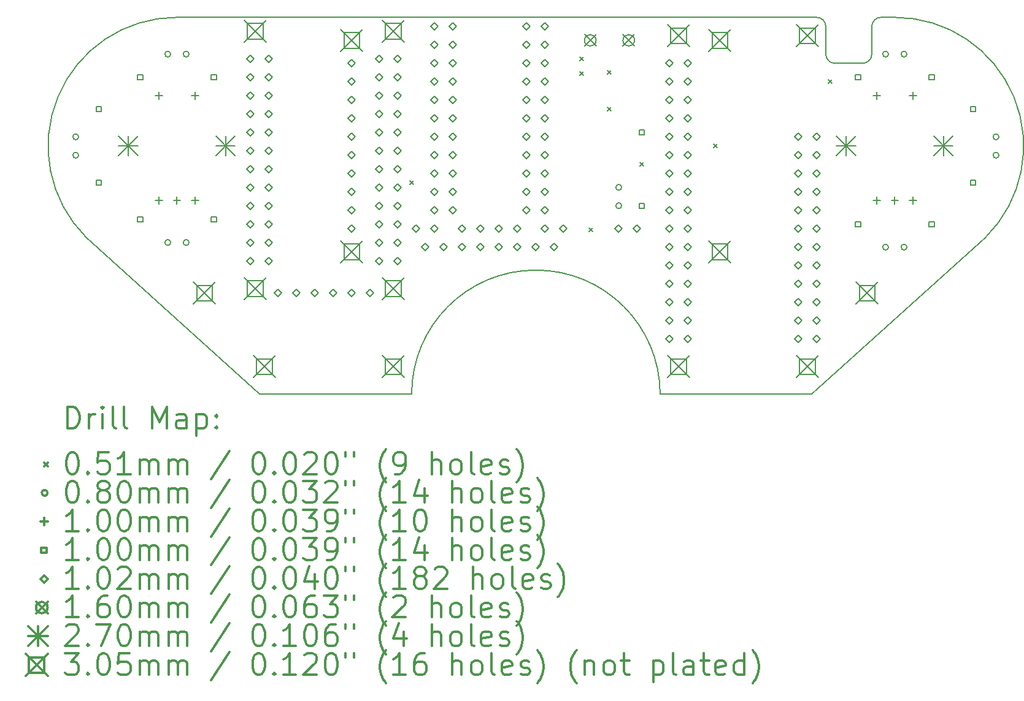
<source format=gbr>
%FSLAX45Y45*%
G04 Gerber Fmt 4.5, Leading zero omitted, Abs format (unit mm)*
G04 Created by KiCad (PCBNEW 4.0.1-3.201512221401+6198~38~ubuntu15.10.1-stable) date Mon Feb 15 20:15:16 2016*
%MOMM*%
G01*
G04 APERTURE LIST*
%ADD10C,0.127000*%
%ADD11C,0.152400*%
%ADD12C,0.200000*%
%ADD13C,0.300000*%
G04 APERTURE END LIST*
D10*
D11*
X11557000Y5207000D02*
X11747500Y5207000D01*
X11557000Y5207000D02*
G75*
G03X11430000Y5080000I0J-127000D01*
G01*
X10795000Y5080000D02*
G75*
G03X10668000Y5207000I-127000J0D01*
G01*
X11303000Y4572000D02*
G75*
G03X11430000Y4699000I0J127000D01*
G01*
X10795000Y4699000D02*
G75*
G03X10922000Y4572000I127000J0D01*
G01*
X10922000Y4572000D02*
X11303000Y4572000D01*
X11430000Y4699000D02*
X11430000Y5080000D01*
X10795000Y5080000D02*
X10795000Y4699000D01*
X8509000Y0D02*
X10604500Y0D01*
X5080000Y0D02*
X2984500Y0D01*
X8509000Y0D02*
G75*
G03X6794500Y1714500I-1714500J0D01*
G01*
X6794500Y1714500D02*
G75*
G03X5080000Y0I0J-1714500D01*
G01*
X2984500Y0D02*
X584200Y2171700D01*
X584264Y2171764D02*
G75*
G02X1841500Y5207000I1257236J1257236D01*
G01*
X1841500Y5207000D02*
X10668000Y5207000D01*
X10604500Y0D02*
X13004800Y2171700D01*
X13004736Y2171764D02*
G75*
G03X11747500Y5207000I-1257236J1257236D01*
G01*
D12*
X5054600Y2946400D02*
X5105400Y2895600D01*
X5105400Y2946400D02*
X5054600Y2895600D01*
X7402280Y4457698D02*
X7453080Y4406898D01*
X7453080Y4457698D02*
X7402280Y4406898D01*
X7404100Y4660899D02*
X7454900Y4610099D01*
X7454900Y4660899D02*
X7404100Y4610099D01*
X7531100Y2298700D02*
X7581900Y2247900D01*
X7581900Y2298700D02*
X7531100Y2247900D01*
X7785100Y3962400D02*
X7835900Y3911600D01*
X7835900Y3962400D02*
X7785100Y3911600D01*
X7785100Y4470400D02*
X7835900Y4419600D01*
X7835900Y4470400D02*
X7785100Y4419600D01*
X8229600Y3200400D02*
X8280400Y3149600D01*
X8280400Y3200400D02*
X8229600Y3149600D01*
X9245601Y3454400D02*
X9296401Y3403600D01*
X9296401Y3454400D02*
X9245601Y3403600D01*
X10833100Y4343400D02*
X10883900Y4292600D01*
X10883900Y4343400D02*
X10833100Y4292600D01*
X484505Y3556000D02*
G75*
G03X484505Y3556000I-40005J0D01*
G01*
X484505Y3302000D02*
G75*
G03X484505Y3302000I-40005J0D01*
G01*
X1754505Y4699000D02*
G75*
G03X1754505Y4699000I-40005J0D01*
G01*
X1754505Y2095500D02*
G75*
G03X1754505Y2095500I-40005J0D01*
G01*
X2008505Y4699000D02*
G75*
G03X2008505Y4699000I-40005J0D01*
G01*
X2008505Y2095500D02*
G75*
G03X2008505Y2095500I-40005J0D01*
G01*
X7977505Y2857500D02*
G75*
G03X7977505Y2857500I-40005J0D01*
G01*
X7977505Y2603500D02*
G75*
G03X7977505Y2603500I-40005J0D01*
G01*
X11660505Y4699000D02*
G75*
G03X11660505Y4699000I-40005J0D01*
G01*
X11660505Y2032000D02*
G75*
G03X11660505Y2032000I-40005J0D01*
G01*
X11914505Y4699000D02*
G75*
G03X11914505Y4699000I-40005J0D01*
G01*
X11914505Y2032000D02*
G75*
G03X11914505Y2032000I-40005J0D01*
G01*
X13184505Y3556000D02*
G75*
G03X13184505Y3556000I-40005J0D01*
G01*
X13184505Y3302000D02*
G75*
G03X13184505Y3302000I-40005J0D01*
G01*
X1591500Y4179000D02*
X1591500Y4079000D01*
X1541500Y4129000D02*
X1641500Y4129000D01*
X1591500Y2729000D02*
X1591500Y2629000D01*
X1541500Y2679000D02*
X1641500Y2679000D01*
X1841500Y2729000D02*
X1841500Y2629000D01*
X1791500Y2679000D02*
X1891500Y2679000D01*
X2091500Y4179000D02*
X2091500Y4079000D01*
X2041500Y4129000D02*
X2141500Y4129000D01*
X2091500Y2729000D02*
X2091500Y2629000D01*
X2041500Y2679000D02*
X2141500Y2679000D01*
X11497500Y4179000D02*
X11497500Y4079000D01*
X11447500Y4129000D02*
X11547500Y4129000D01*
X11497500Y2729000D02*
X11497500Y2629000D01*
X11447500Y2679000D02*
X11547500Y2679000D01*
X11747500Y2729000D02*
X11747500Y2629000D01*
X11697500Y2679000D02*
X11797500Y2679000D01*
X11997500Y4179000D02*
X11997500Y4079000D01*
X11947500Y4129000D02*
X12047500Y4129000D01*
X11997500Y2729000D02*
X11997500Y2629000D01*
X11947500Y2679000D02*
X12047500Y2679000D01*
X797382Y3901617D02*
X797382Y3972382D01*
X726617Y3972382D01*
X726617Y3901617D01*
X797382Y3901617D01*
X797382Y2885617D02*
X797382Y2956382D01*
X726617Y2956382D01*
X726617Y2885617D01*
X797382Y2885617D01*
X1368883Y4346118D02*
X1368883Y4416883D01*
X1298118Y4416883D01*
X1298118Y4346118D01*
X1368883Y4346118D01*
X1368883Y2377618D02*
X1368883Y2448383D01*
X1298118Y2448383D01*
X1298118Y2377618D01*
X1368883Y2377618D01*
X2384883Y4346118D02*
X2384883Y4416883D01*
X2314118Y4416883D01*
X2314118Y4346118D01*
X2384883Y4346118D01*
X2384883Y2377618D02*
X2384883Y2448383D01*
X2314118Y2448383D01*
X2314118Y2377618D01*
X2384883Y2377618D01*
X8290382Y3584117D02*
X8290382Y3654882D01*
X8219617Y3654882D01*
X8219617Y3584117D01*
X8290382Y3584117D01*
X8290382Y2568118D02*
X8290382Y2638883D01*
X8219617Y2638883D01*
X8219617Y2568118D01*
X8290382Y2568118D01*
X11274882Y4346118D02*
X11274882Y4416883D01*
X11204117Y4416883D01*
X11204117Y4346118D01*
X11274882Y4346118D01*
X11274882Y2314118D02*
X11274882Y2384883D01*
X11204117Y2384883D01*
X11204117Y2314118D01*
X11274882Y2314118D01*
X12290882Y4346118D02*
X12290882Y4416883D01*
X12220117Y4416883D01*
X12220117Y4346118D01*
X12290882Y4346118D01*
X12290882Y2314118D02*
X12290882Y2384883D01*
X12220117Y2384883D01*
X12220117Y2314118D01*
X12290882Y2314118D01*
X12862382Y3901617D02*
X12862382Y3972382D01*
X12791617Y3972382D01*
X12791617Y3901617D01*
X12862382Y3901617D01*
X12862382Y2885617D02*
X12862382Y2956382D01*
X12791617Y2956382D01*
X12791617Y2885617D01*
X12862382Y2885617D01*
X2857500Y4584700D02*
X2908300Y4635500D01*
X2857500Y4686300D01*
X2806700Y4635500D01*
X2857500Y4584700D01*
X2857500Y4330700D02*
X2908300Y4381500D01*
X2857500Y4432300D01*
X2806700Y4381500D01*
X2857500Y4330700D01*
X2857500Y4076700D02*
X2908300Y4127500D01*
X2857500Y4178300D01*
X2806700Y4127500D01*
X2857500Y4076700D01*
X2857500Y3822700D02*
X2908300Y3873500D01*
X2857500Y3924300D01*
X2806700Y3873500D01*
X2857500Y3822700D01*
X2857500Y3568700D02*
X2908300Y3619500D01*
X2857500Y3670300D01*
X2806700Y3619500D01*
X2857500Y3568700D01*
X2857500Y3314700D02*
X2908300Y3365500D01*
X2857500Y3416300D01*
X2806700Y3365500D01*
X2857500Y3314700D01*
X2857500Y3060700D02*
X2908300Y3111500D01*
X2857500Y3162300D01*
X2806700Y3111500D01*
X2857500Y3060700D01*
X2857500Y2806700D02*
X2908300Y2857500D01*
X2857500Y2908300D01*
X2806700Y2857500D01*
X2857500Y2806700D01*
X2857500Y2552700D02*
X2908300Y2603500D01*
X2857500Y2654300D01*
X2806700Y2603500D01*
X2857500Y2552700D01*
X2857500Y2298700D02*
X2908300Y2349500D01*
X2857500Y2400300D01*
X2806700Y2349500D01*
X2857500Y2298700D01*
X2857500Y2044700D02*
X2908300Y2095500D01*
X2857500Y2146300D01*
X2806700Y2095500D01*
X2857500Y2044700D01*
X2857500Y1790700D02*
X2908300Y1841500D01*
X2857500Y1892300D01*
X2806700Y1841500D01*
X2857500Y1790700D01*
X3111500Y4584700D02*
X3162300Y4635500D01*
X3111500Y4686300D01*
X3060700Y4635500D01*
X3111500Y4584700D01*
X3111500Y4330700D02*
X3162300Y4381500D01*
X3111500Y4432300D01*
X3060700Y4381500D01*
X3111500Y4330700D01*
X3111500Y4076700D02*
X3162300Y4127500D01*
X3111500Y4178300D01*
X3060700Y4127500D01*
X3111500Y4076700D01*
X3111500Y3822700D02*
X3162300Y3873500D01*
X3111500Y3924300D01*
X3060700Y3873500D01*
X3111500Y3822700D01*
X3111500Y3568700D02*
X3162300Y3619500D01*
X3111500Y3670300D01*
X3060700Y3619500D01*
X3111500Y3568700D01*
X3111500Y3314700D02*
X3162300Y3365500D01*
X3111500Y3416300D01*
X3060700Y3365500D01*
X3111500Y3314700D01*
X3111500Y3060700D02*
X3162300Y3111500D01*
X3111500Y3162300D01*
X3060700Y3111500D01*
X3111500Y3060700D01*
X3111500Y2806700D02*
X3162300Y2857500D01*
X3111500Y2908300D01*
X3060700Y2857500D01*
X3111500Y2806700D01*
X3111500Y2552700D02*
X3162300Y2603500D01*
X3111500Y2654300D01*
X3060700Y2603500D01*
X3111500Y2552700D01*
X3111500Y2298700D02*
X3162300Y2349500D01*
X3111500Y2400300D01*
X3060700Y2349500D01*
X3111500Y2298700D01*
X3111500Y2044700D02*
X3162300Y2095500D01*
X3111500Y2146300D01*
X3060700Y2095500D01*
X3111500Y2044700D01*
X3111500Y1790700D02*
X3162300Y1841500D01*
X3111500Y1892300D01*
X3060700Y1841500D01*
X3111500Y1790700D01*
X3238500Y1346200D02*
X3289300Y1397000D01*
X3238500Y1447800D01*
X3187700Y1397000D01*
X3238500Y1346200D01*
X3492500Y1346200D02*
X3543300Y1397000D01*
X3492500Y1447800D01*
X3441700Y1397000D01*
X3492500Y1346200D01*
X3746500Y1346200D02*
X3797300Y1397000D01*
X3746500Y1447800D01*
X3695700Y1397000D01*
X3746500Y1346200D01*
X4000500Y1346200D02*
X4051300Y1397000D01*
X4000500Y1447800D01*
X3949700Y1397000D01*
X4000500Y1346200D01*
X4254500Y4521200D02*
X4305300Y4572000D01*
X4254500Y4622800D01*
X4203700Y4572000D01*
X4254500Y4521200D01*
X4254500Y4267200D02*
X4305300Y4318000D01*
X4254500Y4368800D01*
X4203700Y4318000D01*
X4254500Y4267200D01*
X4254500Y4013200D02*
X4305300Y4064000D01*
X4254500Y4114800D01*
X4203700Y4064000D01*
X4254500Y4013200D01*
X4254500Y3759200D02*
X4305300Y3810000D01*
X4254500Y3860800D01*
X4203700Y3810000D01*
X4254500Y3759200D01*
X4254500Y3505200D02*
X4305300Y3556000D01*
X4254500Y3606800D01*
X4203700Y3556000D01*
X4254500Y3505200D01*
X4254500Y3251200D02*
X4305300Y3302000D01*
X4254500Y3352800D01*
X4203700Y3302000D01*
X4254500Y3251200D01*
X4254500Y2997200D02*
X4305300Y3048000D01*
X4254500Y3098800D01*
X4203700Y3048000D01*
X4254500Y2997200D01*
X4254500Y2743200D02*
X4305300Y2794000D01*
X4254500Y2844800D01*
X4203700Y2794000D01*
X4254500Y2743200D01*
X4254500Y2489200D02*
X4305300Y2540000D01*
X4254500Y2590800D01*
X4203700Y2540000D01*
X4254500Y2489200D01*
X4254500Y2235200D02*
X4305300Y2286000D01*
X4254500Y2336800D01*
X4203700Y2286000D01*
X4254500Y2235200D01*
X4254500Y1346200D02*
X4305300Y1397000D01*
X4254500Y1447800D01*
X4203700Y1397000D01*
X4254500Y1346200D01*
X4508500Y1346200D02*
X4559300Y1397000D01*
X4508500Y1447800D01*
X4457700Y1397000D01*
X4508500Y1346200D01*
X4635500Y4584700D02*
X4686300Y4635500D01*
X4635500Y4686300D01*
X4584700Y4635500D01*
X4635500Y4584700D01*
X4635500Y4330700D02*
X4686300Y4381500D01*
X4635500Y4432300D01*
X4584700Y4381500D01*
X4635500Y4330700D01*
X4635500Y4076700D02*
X4686300Y4127500D01*
X4635500Y4178300D01*
X4584700Y4127500D01*
X4635500Y4076700D01*
X4635500Y3822700D02*
X4686300Y3873500D01*
X4635500Y3924300D01*
X4584700Y3873500D01*
X4635500Y3822700D01*
X4635500Y3568700D02*
X4686300Y3619500D01*
X4635500Y3670300D01*
X4584700Y3619500D01*
X4635500Y3568700D01*
X4635500Y3314700D02*
X4686300Y3365500D01*
X4635500Y3416300D01*
X4584700Y3365500D01*
X4635500Y3314700D01*
X4635500Y3060700D02*
X4686300Y3111500D01*
X4635500Y3162300D01*
X4584700Y3111500D01*
X4635500Y3060700D01*
X4635500Y2806700D02*
X4686300Y2857500D01*
X4635500Y2908300D01*
X4584700Y2857500D01*
X4635500Y2806700D01*
X4635500Y2552700D02*
X4686300Y2603500D01*
X4635500Y2654300D01*
X4584700Y2603500D01*
X4635500Y2552700D01*
X4635500Y2298700D02*
X4686300Y2349500D01*
X4635500Y2400300D01*
X4584700Y2349500D01*
X4635500Y2298700D01*
X4635500Y2044700D02*
X4686300Y2095500D01*
X4635500Y2146300D01*
X4584700Y2095500D01*
X4635500Y2044700D01*
X4635500Y1790700D02*
X4686300Y1841500D01*
X4635500Y1892300D01*
X4584700Y1841500D01*
X4635500Y1790700D01*
X4889500Y4584700D02*
X4940300Y4635500D01*
X4889500Y4686300D01*
X4838700Y4635500D01*
X4889500Y4584700D01*
X4889500Y4330700D02*
X4940300Y4381500D01*
X4889500Y4432300D01*
X4838700Y4381500D01*
X4889500Y4330700D01*
X4889500Y4076700D02*
X4940300Y4127500D01*
X4889500Y4178300D01*
X4838700Y4127500D01*
X4889500Y4076700D01*
X4889500Y3822700D02*
X4940300Y3873500D01*
X4889500Y3924300D01*
X4838700Y3873500D01*
X4889500Y3822700D01*
X4889500Y3568700D02*
X4940300Y3619500D01*
X4889500Y3670300D01*
X4838700Y3619500D01*
X4889500Y3568700D01*
X4889500Y3314700D02*
X4940300Y3365500D01*
X4889500Y3416300D01*
X4838700Y3365500D01*
X4889500Y3314700D01*
X4889500Y3060700D02*
X4940300Y3111500D01*
X4889500Y3162300D01*
X4838700Y3111500D01*
X4889500Y3060700D01*
X4889500Y2806700D02*
X4940300Y2857500D01*
X4889500Y2908300D01*
X4838700Y2857500D01*
X4889500Y2806700D01*
X4889500Y2552700D02*
X4940300Y2603500D01*
X4889500Y2654300D01*
X4838700Y2603500D01*
X4889500Y2552700D01*
X4889500Y2298700D02*
X4940300Y2349500D01*
X4889500Y2400300D01*
X4838700Y2349500D01*
X4889500Y2298700D01*
X4889500Y2044700D02*
X4940300Y2095500D01*
X4889500Y2146300D01*
X4838700Y2095500D01*
X4889500Y2044700D01*
X4889500Y1790700D02*
X4940300Y1841500D01*
X4889500Y1892300D01*
X4838700Y1841500D01*
X4889500Y1790700D01*
X5143500Y2235200D02*
X5194300Y2286000D01*
X5143500Y2336800D01*
X5092700Y2286000D01*
X5143500Y2235200D01*
X5270500Y1981200D02*
X5321300Y2032000D01*
X5270500Y2082800D01*
X5219700Y2032000D01*
X5270500Y1981200D01*
X5397500Y5029200D02*
X5448300Y5080000D01*
X5397500Y5130800D01*
X5346700Y5080000D01*
X5397500Y5029200D01*
X5397500Y4775200D02*
X5448300Y4826000D01*
X5397500Y4876800D01*
X5346700Y4826000D01*
X5397500Y4775200D01*
X5397500Y4521200D02*
X5448300Y4572000D01*
X5397500Y4622800D01*
X5346700Y4572000D01*
X5397500Y4521200D01*
X5397500Y4267200D02*
X5448300Y4318000D01*
X5397500Y4368800D01*
X5346700Y4318000D01*
X5397500Y4267200D01*
X5397500Y4013200D02*
X5448300Y4064000D01*
X5397500Y4114800D01*
X5346700Y4064000D01*
X5397500Y4013200D01*
X5397500Y3759200D02*
X5448300Y3810000D01*
X5397500Y3860800D01*
X5346700Y3810000D01*
X5397500Y3759200D01*
X5397500Y3505200D02*
X5448300Y3556000D01*
X5397500Y3606800D01*
X5346700Y3556000D01*
X5397500Y3505200D01*
X5397500Y3251200D02*
X5448300Y3302000D01*
X5397500Y3352800D01*
X5346700Y3302000D01*
X5397500Y3251200D01*
X5397500Y2997200D02*
X5448300Y3048000D01*
X5397500Y3098800D01*
X5346700Y3048000D01*
X5397500Y2997200D01*
X5397500Y2743200D02*
X5448300Y2794000D01*
X5397500Y2844800D01*
X5346700Y2794000D01*
X5397500Y2743200D01*
X5397500Y2489200D02*
X5448300Y2540000D01*
X5397500Y2590800D01*
X5346700Y2540000D01*
X5397500Y2489200D01*
X5397500Y2235200D02*
X5448300Y2286000D01*
X5397500Y2336800D01*
X5346700Y2286000D01*
X5397500Y2235200D01*
X5524500Y1981200D02*
X5575300Y2032000D01*
X5524500Y2082800D01*
X5473700Y2032000D01*
X5524500Y1981200D01*
X5651500Y5029200D02*
X5702300Y5080000D01*
X5651500Y5130800D01*
X5600700Y5080000D01*
X5651500Y5029200D01*
X5651500Y4775200D02*
X5702300Y4826000D01*
X5651500Y4876800D01*
X5600700Y4826000D01*
X5651500Y4775200D01*
X5651500Y4521200D02*
X5702300Y4572000D01*
X5651500Y4622800D01*
X5600700Y4572000D01*
X5651500Y4521200D01*
X5651500Y4267200D02*
X5702300Y4318000D01*
X5651500Y4368800D01*
X5600700Y4318000D01*
X5651500Y4267200D01*
X5651500Y4013200D02*
X5702300Y4064000D01*
X5651500Y4114800D01*
X5600700Y4064000D01*
X5651500Y4013200D01*
X5651500Y3759200D02*
X5702300Y3810000D01*
X5651500Y3860800D01*
X5600700Y3810000D01*
X5651500Y3759200D01*
X5651500Y3505200D02*
X5702300Y3556000D01*
X5651500Y3606800D01*
X5600700Y3556000D01*
X5651500Y3505200D01*
X5651500Y3251200D02*
X5702300Y3302000D01*
X5651500Y3352800D01*
X5600700Y3302000D01*
X5651500Y3251200D01*
X5651500Y2997200D02*
X5702300Y3048000D01*
X5651500Y3098800D01*
X5600700Y3048000D01*
X5651500Y2997200D01*
X5651500Y2743200D02*
X5702300Y2794000D01*
X5651500Y2844800D01*
X5600700Y2794000D01*
X5651500Y2743200D01*
X5651500Y2489200D02*
X5702300Y2540000D01*
X5651500Y2590800D01*
X5600700Y2540000D01*
X5651500Y2489200D01*
X5778500Y2235200D02*
X5829300Y2286000D01*
X5778500Y2336800D01*
X5727700Y2286000D01*
X5778500Y2235200D01*
X5778500Y1981200D02*
X5829300Y2032000D01*
X5778500Y2082800D01*
X5727700Y2032000D01*
X5778500Y1981200D01*
X6032500Y2235200D02*
X6083300Y2286000D01*
X6032500Y2336800D01*
X5981700Y2286000D01*
X6032500Y2235200D01*
X6032500Y1981200D02*
X6083300Y2032000D01*
X6032500Y2082800D01*
X5981700Y2032000D01*
X6032500Y1981200D01*
X6286500Y2235200D02*
X6337300Y2286000D01*
X6286500Y2336800D01*
X6235700Y2286000D01*
X6286500Y2235200D01*
X6286500Y1981200D02*
X6337300Y2032000D01*
X6286500Y2082800D01*
X6235700Y2032000D01*
X6286500Y1981200D01*
X6540500Y2235200D02*
X6591300Y2286000D01*
X6540500Y2336800D01*
X6489700Y2286000D01*
X6540500Y2235200D01*
X6540500Y1981200D02*
X6591300Y2032000D01*
X6540500Y2082800D01*
X6489700Y2032000D01*
X6540500Y1981200D01*
X6667500Y5029200D02*
X6718300Y5080000D01*
X6667500Y5130800D01*
X6616700Y5080000D01*
X6667500Y5029200D01*
X6667500Y4775200D02*
X6718300Y4826000D01*
X6667500Y4876800D01*
X6616700Y4826000D01*
X6667500Y4775200D01*
X6667500Y4521200D02*
X6718300Y4572000D01*
X6667500Y4622800D01*
X6616700Y4572000D01*
X6667500Y4521200D01*
X6667500Y4267200D02*
X6718300Y4318000D01*
X6667500Y4368800D01*
X6616700Y4318000D01*
X6667500Y4267200D01*
X6667500Y4013200D02*
X6718300Y4064000D01*
X6667500Y4114800D01*
X6616700Y4064000D01*
X6667500Y4013200D01*
X6667500Y3759200D02*
X6718300Y3810000D01*
X6667500Y3860800D01*
X6616700Y3810000D01*
X6667500Y3759200D01*
X6667500Y3505200D02*
X6718300Y3556000D01*
X6667500Y3606800D01*
X6616700Y3556000D01*
X6667500Y3505200D01*
X6667500Y3251200D02*
X6718300Y3302000D01*
X6667500Y3352800D01*
X6616700Y3302000D01*
X6667500Y3251200D01*
X6667500Y2997200D02*
X6718300Y3048000D01*
X6667500Y3098800D01*
X6616700Y3048000D01*
X6667500Y2997200D01*
X6667500Y2743200D02*
X6718300Y2794000D01*
X6667500Y2844800D01*
X6616700Y2794000D01*
X6667500Y2743200D01*
X6667500Y2489200D02*
X6718300Y2540000D01*
X6667500Y2590800D01*
X6616700Y2540000D01*
X6667500Y2489200D01*
X6794500Y1981200D02*
X6845300Y2032000D01*
X6794500Y2082800D01*
X6743700Y2032000D01*
X6794500Y1981200D01*
X6921500Y5029200D02*
X6972300Y5080000D01*
X6921500Y5130800D01*
X6870700Y5080000D01*
X6921500Y5029200D01*
X6921500Y4775200D02*
X6972300Y4826000D01*
X6921500Y4876800D01*
X6870700Y4826000D01*
X6921500Y4775200D01*
X6921500Y4521200D02*
X6972300Y4572000D01*
X6921500Y4622800D01*
X6870700Y4572000D01*
X6921500Y4521200D01*
X6921500Y4267200D02*
X6972300Y4318000D01*
X6921500Y4368800D01*
X6870700Y4318000D01*
X6921500Y4267200D01*
X6921500Y4013200D02*
X6972300Y4064000D01*
X6921500Y4114800D01*
X6870700Y4064000D01*
X6921500Y4013200D01*
X6921500Y3759200D02*
X6972300Y3810000D01*
X6921500Y3860800D01*
X6870700Y3810000D01*
X6921500Y3759200D01*
X6921500Y3505200D02*
X6972300Y3556000D01*
X6921500Y3606800D01*
X6870700Y3556000D01*
X6921500Y3505200D01*
X6921500Y3251200D02*
X6972300Y3302000D01*
X6921500Y3352800D01*
X6870700Y3302000D01*
X6921500Y3251200D01*
X6921500Y2997200D02*
X6972300Y3048000D01*
X6921500Y3098800D01*
X6870700Y3048000D01*
X6921500Y2997200D01*
X6921500Y2743200D02*
X6972300Y2794000D01*
X6921500Y2844800D01*
X6870700Y2794000D01*
X6921500Y2743200D01*
X6921500Y2489200D02*
X6972300Y2540000D01*
X6921500Y2590800D01*
X6870700Y2540000D01*
X6921500Y2489200D01*
X6921500Y2235200D02*
X6972300Y2286000D01*
X6921500Y2336800D01*
X6870700Y2286000D01*
X6921500Y2235200D01*
X7048500Y1981200D02*
X7099300Y2032000D01*
X7048500Y2082800D01*
X6997700Y2032000D01*
X7048500Y1981200D01*
X7175500Y2235200D02*
X7226300Y2286000D01*
X7175500Y2336800D01*
X7124700Y2286000D01*
X7175500Y2235200D01*
X7937500Y2235200D02*
X7988300Y2286000D01*
X7937500Y2336800D01*
X7886700Y2286000D01*
X7937500Y2235200D01*
X8191500Y2235200D02*
X8242300Y2286000D01*
X8191500Y2336800D01*
X8140700Y2286000D01*
X8191500Y2235200D01*
X8636000Y4521200D02*
X8686800Y4572000D01*
X8636000Y4622800D01*
X8585200Y4572000D01*
X8636000Y4521200D01*
X8636000Y4267200D02*
X8686800Y4318000D01*
X8636000Y4368800D01*
X8585200Y4318000D01*
X8636000Y4267200D01*
X8636000Y4013200D02*
X8686800Y4064000D01*
X8636000Y4114800D01*
X8585200Y4064000D01*
X8636000Y4013200D01*
X8636000Y3759200D02*
X8686800Y3810000D01*
X8636000Y3860800D01*
X8585200Y3810000D01*
X8636000Y3759200D01*
X8636000Y3505200D02*
X8686800Y3556000D01*
X8636000Y3606800D01*
X8585200Y3556000D01*
X8636000Y3505200D01*
X8636000Y3251200D02*
X8686800Y3302000D01*
X8636000Y3352800D01*
X8585200Y3302000D01*
X8636000Y3251200D01*
X8636000Y2997200D02*
X8686800Y3048000D01*
X8636000Y3098800D01*
X8585200Y3048000D01*
X8636000Y2997200D01*
X8636000Y2743200D02*
X8686800Y2794000D01*
X8636000Y2844800D01*
X8585200Y2794000D01*
X8636000Y2743200D01*
X8636000Y2489200D02*
X8686800Y2540000D01*
X8636000Y2590800D01*
X8585200Y2540000D01*
X8636000Y2489200D01*
X8636000Y2235200D02*
X8686800Y2286000D01*
X8636000Y2336800D01*
X8585200Y2286000D01*
X8636000Y2235200D01*
X8636000Y1981200D02*
X8686800Y2032000D01*
X8636000Y2082800D01*
X8585200Y2032000D01*
X8636000Y1981200D01*
X8636000Y1727200D02*
X8686800Y1778000D01*
X8636000Y1828800D01*
X8585200Y1778000D01*
X8636000Y1727200D01*
X8636000Y1473200D02*
X8686800Y1524000D01*
X8636000Y1574800D01*
X8585200Y1524000D01*
X8636000Y1473200D01*
X8636000Y1219200D02*
X8686800Y1270000D01*
X8636000Y1320800D01*
X8585200Y1270000D01*
X8636000Y1219200D01*
X8636000Y965200D02*
X8686800Y1016000D01*
X8636000Y1066800D01*
X8585200Y1016000D01*
X8636000Y965200D01*
X8636000Y711200D02*
X8686800Y762000D01*
X8636000Y812800D01*
X8585200Y762000D01*
X8636000Y711200D01*
X8890000Y4521200D02*
X8940800Y4572000D01*
X8890000Y4622800D01*
X8839200Y4572000D01*
X8890000Y4521200D01*
X8890000Y4267200D02*
X8940800Y4318000D01*
X8890000Y4368800D01*
X8839200Y4318000D01*
X8890000Y4267200D01*
X8890000Y4013200D02*
X8940800Y4064000D01*
X8890000Y4114800D01*
X8839200Y4064000D01*
X8890000Y4013200D01*
X8890000Y3759200D02*
X8940800Y3810000D01*
X8890000Y3860800D01*
X8839200Y3810000D01*
X8890000Y3759200D01*
X8890000Y3505200D02*
X8940800Y3556000D01*
X8890000Y3606800D01*
X8839200Y3556000D01*
X8890000Y3505200D01*
X8890000Y3251200D02*
X8940800Y3302000D01*
X8890000Y3352800D01*
X8839200Y3302000D01*
X8890000Y3251200D01*
X8890000Y2997200D02*
X8940800Y3048000D01*
X8890000Y3098800D01*
X8839200Y3048000D01*
X8890000Y2997200D01*
X8890000Y2743200D02*
X8940800Y2794000D01*
X8890000Y2844800D01*
X8839200Y2794000D01*
X8890000Y2743200D01*
X8890000Y2489200D02*
X8940800Y2540000D01*
X8890000Y2590800D01*
X8839200Y2540000D01*
X8890000Y2489200D01*
X8890000Y2235200D02*
X8940800Y2286000D01*
X8890000Y2336800D01*
X8839200Y2286000D01*
X8890000Y2235200D01*
X8890000Y1981200D02*
X8940800Y2032000D01*
X8890000Y2082800D01*
X8839200Y2032000D01*
X8890000Y1981200D01*
X8890000Y1727200D02*
X8940800Y1778000D01*
X8890000Y1828800D01*
X8839200Y1778000D01*
X8890000Y1727200D01*
X8890000Y1473200D02*
X8940800Y1524000D01*
X8890000Y1574800D01*
X8839200Y1524000D01*
X8890000Y1473200D01*
X8890000Y1219200D02*
X8940800Y1270000D01*
X8890000Y1320800D01*
X8839200Y1270000D01*
X8890000Y1219200D01*
X8890000Y965200D02*
X8940800Y1016000D01*
X8890000Y1066800D01*
X8839200Y1016000D01*
X8890000Y965200D01*
X8890000Y711200D02*
X8940800Y762000D01*
X8890000Y812800D01*
X8839200Y762000D01*
X8890000Y711200D01*
X10414000Y3505200D02*
X10464800Y3556000D01*
X10414000Y3606800D01*
X10363200Y3556000D01*
X10414000Y3505200D01*
X10414000Y3251200D02*
X10464800Y3302000D01*
X10414000Y3352800D01*
X10363200Y3302000D01*
X10414000Y3251200D01*
X10414000Y2997200D02*
X10464800Y3048000D01*
X10414000Y3098800D01*
X10363200Y3048000D01*
X10414000Y2997200D01*
X10414000Y2743200D02*
X10464800Y2794000D01*
X10414000Y2844800D01*
X10363200Y2794000D01*
X10414000Y2743200D01*
X10414000Y2489200D02*
X10464800Y2540000D01*
X10414000Y2590800D01*
X10363200Y2540000D01*
X10414000Y2489200D01*
X10414000Y2235200D02*
X10464800Y2286000D01*
X10414000Y2336800D01*
X10363200Y2286000D01*
X10414000Y2235200D01*
X10414000Y1981200D02*
X10464800Y2032000D01*
X10414000Y2082800D01*
X10363200Y2032000D01*
X10414000Y1981200D01*
X10414000Y1727200D02*
X10464800Y1778000D01*
X10414000Y1828800D01*
X10363200Y1778000D01*
X10414000Y1727200D01*
X10414000Y1473200D02*
X10464800Y1524000D01*
X10414000Y1574800D01*
X10363200Y1524000D01*
X10414000Y1473200D01*
X10414000Y1219200D02*
X10464800Y1270000D01*
X10414000Y1320800D01*
X10363200Y1270000D01*
X10414000Y1219200D01*
X10414000Y965200D02*
X10464800Y1016000D01*
X10414000Y1066800D01*
X10363200Y1016000D01*
X10414000Y965200D01*
X10414000Y711200D02*
X10464800Y762000D01*
X10414000Y812800D01*
X10363200Y762000D01*
X10414000Y711200D01*
X10668000Y3505200D02*
X10718800Y3556000D01*
X10668000Y3606800D01*
X10617200Y3556000D01*
X10668000Y3505200D01*
X10668000Y3251200D02*
X10718800Y3302000D01*
X10668000Y3352800D01*
X10617200Y3302000D01*
X10668000Y3251200D01*
X10668000Y2997200D02*
X10718800Y3048000D01*
X10668000Y3098800D01*
X10617200Y3048000D01*
X10668000Y2997200D01*
X10668000Y2743200D02*
X10718800Y2794000D01*
X10668000Y2844800D01*
X10617200Y2794000D01*
X10668000Y2743200D01*
X10668000Y2489200D02*
X10718800Y2540000D01*
X10668000Y2590800D01*
X10617200Y2540000D01*
X10668000Y2489200D01*
X10668000Y2235200D02*
X10718800Y2286000D01*
X10668000Y2336800D01*
X10617200Y2286000D01*
X10668000Y2235200D01*
X10668000Y1981200D02*
X10718800Y2032000D01*
X10668000Y2082800D01*
X10617200Y2032000D01*
X10668000Y1981200D01*
X10668000Y1727200D02*
X10718800Y1778000D01*
X10668000Y1828800D01*
X10617200Y1778000D01*
X10668000Y1727200D01*
X10668000Y1473200D02*
X10718800Y1524000D01*
X10668000Y1574800D01*
X10617200Y1524000D01*
X10668000Y1473200D01*
X10668000Y1219200D02*
X10718800Y1270000D01*
X10668000Y1320800D01*
X10617200Y1270000D01*
X10668000Y1219200D01*
X10668000Y965200D02*
X10718800Y1016000D01*
X10668000Y1066800D01*
X10617200Y1016000D01*
X10668000Y965200D01*
X10668000Y711200D02*
X10718800Y762000D01*
X10668000Y812800D01*
X10617200Y762000D01*
X10668000Y711200D01*
X7465500Y4969500D02*
X7625500Y4809500D01*
X7625500Y4969500D02*
X7465500Y4809500D01*
X7625500Y4889500D02*
G75*
G03X7625500Y4889500I-80000J0D01*
G01*
X7995500Y4969500D02*
X8155500Y4809500D01*
X8155500Y4969500D02*
X7995500Y4809500D01*
X8155500Y4889500D02*
G75*
G03X8155500Y4889500I-80000J0D01*
G01*
X1036500Y3564000D02*
X1306500Y3294000D01*
X1306500Y3564000D02*
X1036500Y3294000D01*
X1171500Y3564000D02*
X1171500Y3294000D01*
X1036500Y3429000D02*
X1306500Y3429000D01*
X2376500Y3564000D02*
X2646500Y3294000D01*
X2646500Y3564000D02*
X2376500Y3294000D01*
X2511500Y3564000D02*
X2511500Y3294000D01*
X2376500Y3429000D02*
X2646500Y3429000D01*
X10942500Y3564000D02*
X11212500Y3294000D01*
X11212500Y3564000D02*
X10942500Y3294000D01*
X11077500Y3564000D02*
X11077500Y3294000D01*
X10942500Y3429000D02*
X11212500Y3429000D01*
X12282500Y3564000D02*
X12552500Y3294000D01*
X12552500Y3564000D02*
X12282500Y3294000D01*
X12417500Y3564000D02*
X12417500Y3294000D01*
X12282500Y3429000D02*
X12552500Y3429000D01*
X2070100Y1549400D02*
X2374900Y1244600D01*
X2374900Y1549400D02*
X2070100Y1244600D01*
X2330264Y1289236D02*
X2330264Y1504764D01*
X2114736Y1504764D01*
X2114736Y1289236D01*
X2330264Y1289236D01*
X2768600Y5168900D02*
X3073400Y4864100D01*
X3073400Y5168900D02*
X2768600Y4864100D01*
X3028764Y4908736D02*
X3028764Y5124264D01*
X2813236Y5124264D01*
X2813236Y4908736D01*
X3028764Y4908736D01*
X2768600Y1612900D02*
X3073400Y1308100D01*
X3073400Y1612900D02*
X2768600Y1308100D01*
X3028764Y1352736D02*
X3028764Y1568264D01*
X2813236Y1568264D01*
X2813236Y1352736D01*
X3028764Y1352736D01*
X2895600Y533400D02*
X3200400Y228600D01*
X3200400Y533400D02*
X2895600Y228600D01*
X3155764Y273236D02*
X3155764Y488764D01*
X2940236Y488764D01*
X2940236Y273236D01*
X3155764Y273236D01*
X4102100Y5041900D02*
X4406900Y4737100D01*
X4406900Y5041900D02*
X4102100Y4737100D01*
X4362264Y4781736D02*
X4362264Y4997264D01*
X4146736Y4997264D01*
X4146736Y4781736D01*
X4362264Y4781736D01*
X4102100Y2120900D02*
X4406900Y1816100D01*
X4406900Y2120900D02*
X4102100Y1816100D01*
X4362264Y1860736D02*
X4362264Y2076264D01*
X4146736Y2076264D01*
X4146736Y1860736D01*
X4362264Y1860736D01*
X4673600Y5168900D02*
X4978400Y4864100D01*
X4978400Y5168900D02*
X4673600Y4864100D01*
X4933764Y4908736D02*
X4933764Y5124264D01*
X4718236Y5124264D01*
X4718236Y4908736D01*
X4933764Y4908736D01*
X4673600Y1612900D02*
X4978400Y1308100D01*
X4978400Y1612900D02*
X4673600Y1308100D01*
X4933764Y1352736D02*
X4933764Y1568264D01*
X4718236Y1568264D01*
X4718236Y1352736D01*
X4933764Y1352736D01*
X4673600Y533400D02*
X4978400Y228600D01*
X4978400Y533400D02*
X4673600Y228600D01*
X4933764Y273236D02*
X4933764Y488764D01*
X4718236Y488764D01*
X4718236Y273236D01*
X4933764Y273236D01*
X8610600Y5105400D02*
X8915400Y4800600D01*
X8915400Y5105400D02*
X8610600Y4800600D01*
X8870764Y4845236D02*
X8870764Y5060764D01*
X8655236Y5060764D01*
X8655236Y4845236D01*
X8870764Y4845236D01*
X8610600Y533400D02*
X8915400Y228600D01*
X8915400Y533400D02*
X8610600Y228600D01*
X8870764Y273236D02*
X8870764Y488764D01*
X8655236Y488764D01*
X8655236Y273236D01*
X8870764Y273236D01*
X9182100Y5041900D02*
X9486900Y4737100D01*
X9486900Y5041900D02*
X9182100Y4737100D01*
X9442264Y4781736D02*
X9442264Y4997264D01*
X9226736Y4997264D01*
X9226736Y4781736D01*
X9442264Y4781736D01*
X9182100Y2120900D02*
X9486900Y1816100D01*
X9486900Y2120900D02*
X9182100Y1816100D01*
X9442264Y1860736D02*
X9442264Y2076264D01*
X9226736Y2076264D01*
X9226736Y1860736D01*
X9442264Y1860736D01*
X10388600Y5105400D02*
X10693400Y4800600D01*
X10693400Y5105400D02*
X10388600Y4800600D01*
X10648764Y4845236D02*
X10648764Y5060764D01*
X10433236Y5060764D01*
X10433236Y4845236D01*
X10648764Y4845236D01*
X10388600Y533400D02*
X10693400Y228600D01*
X10693400Y533400D02*
X10388600Y228600D01*
X10648764Y273236D02*
X10648764Y488764D01*
X10433236Y488764D01*
X10433236Y273236D01*
X10648764Y273236D01*
X11214100Y1549400D02*
X11518900Y1244600D01*
X11518900Y1549400D02*
X11214100Y1244600D01*
X11474264Y1289236D02*
X11474264Y1504764D01*
X11258736Y1504764D01*
X11258736Y1289236D01*
X11474264Y1289236D01*
D13*
X327309Y-473334D02*
X327309Y-173334D01*
X398737Y-173334D01*
X441594Y-187620D01*
X470166Y-216191D01*
X484451Y-244763D01*
X498737Y-301906D01*
X498737Y-344763D01*
X484451Y-401906D01*
X470166Y-430477D01*
X441594Y-459049D01*
X398737Y-473334D01*
X327309Y-473334D01*
X627309Y-473334D02*
X627309Y-273334D01*
X627309Y-330477D02*
X641594Y-301906D01*
X655880Y-287620D01*
X684451Y-273334D01*
X713023Y-273334D01*
X813023Y-473334D02*
X813023Y-273334D01*
X813023Y-173334D02*
X798737Y-187620D01*
X813023Y-201906D01*
X827308Y-187620D01*
X813023Y-173334D01*
X813023Y-201906D01*
X998737Y-473334D02*
X970166Y-459049D01*
X955880Y-430477D01*
X955880Y-173334D01*
X1155880Y-473334D02*
X1127309Y-459049D01*
X1113023Y-430477D01*
X1113023Y-173334D01*
X1498737Y-473334D02*
X1498737Y-173334D01*
X1598737Y-387620D01*
X1698737Y-173334D01*
X1698737Y-473334D01*
X1970166Y-473334D02*
X1970166Y-316192D01*
X1955880Y-287620D01*
X1927308Y-273334D01*
X1870166Y-273334D01*
X1841594Y-287620D01*
X1970166Y-459049D02*
X1941594Y-473334D01*
X1870166Y-473334D01*
X1841594Y-459049D01*
X1827308Y-430477D01*
X1827308Y-401906D01*
X1841594Y-373334D01*
X1870166Y-359049D01*
X1941594Y-359049D01*
X1970166Y-344763D01*
X2113023Y-273334D02*
X2113023Y-573334D01*
X2113023Y-287620D02*
X2141594Y-273334D01*
X2198737Y-273334D01*
X2227309Y-287620D01*
X2241594Y-301906D01*
X2255880Y-330477D01*
X2255880Y-416191D01*
X2241594Y-444763D01*
X2227309Y-459049D01*
X2198737Y-473334D01*
X2141594Y-473334D01*
X2113023Y-459049D01*
X2384451Y-444763D02*
X2398737Y-459049D01*
X2384451Y-473334D01*
X2370166Y-459049D01*
X2384451Y-444763D01*
X2384451Y-473334D01*
X2384451Y-287620D02*
X2398737Y-301906D01*
X2384451Y-316192D01*
X2370166Y-301906D01*
X2384451Y-287620D01*
X2384451Y-316192D01*
X5080Y-942220D02*
X55880Y-993020D01*
X55880Y-942220D02*
X5080Y-993020D01*
X384451Y-803334D02*
X413023Y-803334D01*
X441594Y-817620D01*
X455880Y-831906D01*
X470166Y-860477D01*
X484451Y-917620D01*
X484451Y-989049D01*
X470166Y-1046191D01*
X455880Y-1074763D01*
X441594Y-1089049D01*
X413023Y-1103334D01*
X384451Y-1103334D01*
X355880Y-1089049D01*
X341594Y-1074763D01*
X327309Y-1046191D01*
X313023Y-989049D01*
X313023Y-917620D01*
X327309Y-860477D01*
X341594Y-831906D01*
X355880Y-817620D01*
X384451Y-803334D01*
X613023Y-1074763D02*
X627309Y-1089049D01*
X613023Y-1103334D01*
X598737Y-1089049D01*
X613023Y-1074763D01*
X613023Y-1103334D01*
X898737Y-803334D02*
X755880Y-803334D01*
X741594Y-946191D01*
X755880Y-931906D01*
X784451Y-917620D01*
X855880Y-917620D01*
X884451Y-931906D01*
X898737Y-946191D01*
X913023Y-974763D01*
X913023Y-1046191D01*
X898737Y-1074763D01*
X884451Y-1089049D01*
X855880Y-1103334D01*
X784451Y-1103334D01*
X755880Y-1089049D01*
X741594Y-1074763D01*
X1198737Y-1103334D02*
X1027308Y-1103334D01*
X1113023Y-1103334D02*
X1113023Y-803334D01*
X1084451Y-846191D01*
X1055880Y-874763D01*
X1027308Y-889049D01*
X1327309Y-1103334D02*
X1327309Y-903334D01*
X1327309Y-931906D02*
X1341594Y-917620D01*
X1370166Y-903334D01*
X1413023Y-903334D01*
X1441594Y-917620D01*
X1455880Y-946191D01*
X1455880Y-1103334D01*
X1455880Y-946191D02*
X1470166Y-917620D01*
X1498737Y-903334D01*
X1541594Y-903334D01*
X1570166Y-917620D01*
X1584451Y-946191D01*
X1584451Y-1103334D01*
X1727308Y-1103334D02*
X1727308Y-903334D01*
X1727308Y-931906D02*
X1741594Y-917620D01*
X1770166Y-903334D01*
X1813023Y-903334D01*
X1841594Y-917620D01*
X1855880Y-946191D01*
X1855880Y-1103334D01*
X1855880Y-946191D02*
X1870166Y-917620D01*
X1898737Y-903334D01*
X1941594Y-903334D01*
X1970166Y-917620D01*
X1984451Y-946191D01*
X1984451Y-1103334D01*
X2570166Y-789049D02*
X2313023Y-1174763D01*
X2955880Y-803334D02*
X2984451Y-803334D01*
X3013023Y-817620D01*
X3027308Y-831906D01*
X3041594Y-860477D01*
X3055880Y-917620D01*
X3055880Y-989049D01*
X3041594Y-1046191D01*
X3027308Y-1074763D01*
X3013023Y-1089049D01*
X2984451Y-1103334D01*
X2955880Y-1103334D01*
X2927308Y-1089049D01*
X2913023Y-1074763D01*
X2898737Y-1046191D01*
X2884451Y-989049D01*
X2884451Y-917620D01*
X2898737Y-860477D01*
X2913023Y-831906D01*
X2927308Y-817620D01*
X2955880Y-803334D01*
X3184451Y-1074763D02*
X3198737Y-1089049D01*
X3184451Y-1103334D01*
X3170166Y-1089049D01*
X3184451Y-1074763D01*
X3184451Y-1103334D01*
X3384451Y-803334D02*
X3413023Y-803334D01*
X3441594Y-817620D01*
X3455880Y-831906D01*
X3470165Y-860477D01*
X3484451Y-917620D01*
X3484451Y-989049D01*
X3470165Y-1046191D01*
X3455880Y-1074763D01*
X3441594Y-1089049D01*
X3413023Y-1103334D01*
X3384451Y-1103334D01*
X3355880Y-1089049D01*
X3341594Y-1074763D01*
X3327308Y-1046191D01*
X3313023Y-989049D01*
X3313023Y-917620D01*
X3327308Y-860477D01*
X3341594Y-831906D01*
X3355880Y-817620D01*
X3384451Y-803334D01*
X3598737Y-831906D02*
X3613023Y-817620D01*
X3641594Y-803334D01*
X3713023Y-803334D01*
X3741594Y-817620D01*
X3755880Y-831906D01*
X3770165Y-860477D01*
X3770165Y-889049D01*
X3755880Y-931906D01*
X3584451Y-1103334D01*
X3770165Y-1103334D01*
X3955880Y-803334D02*
X3984451Y-803334D01*
X4013023Y-817620D01*
X4027308Y-831906D01*
X4041594Y-860477D01*
X4055880Y-917620D01*
X4055880Y-989049D01*
X4041594Y-1046191D01*
X4027308Y-1074763D01*
X4013023Y-1089049D01*
X3984451Y-1103334D01*
X3955880Y-1103334D01*
X3927308Y-1089049D01*
X3913023Y-1074763D01*
X3898737Y-1046191D01*
X3884451Y-989049D01*
X3884451Y-917620D01*
X3898737Y-860477D01*
X3913023Y-831906D01*
X3927308Y-817620D01*
X3955880Y-803334D01*
X4170166Y-803334D02*
X4170166Y-860477D01*
X4284451Y-803334D02*
X4284451Y-860477D01*
X4727308Y-1217620D02*
X4713023Y-1203334D01*
X4684451Y-1160477D01*
X4670166Y-1131906D01*
X4655880Y-1089049D01*
X4641594Y-1017620D01*
X4641594Y-960477D01*
X4655880Y-889049D01*
X4670166Y-846191D01*
X4684451Y-817620D01*
X4713023Y-774763D01*
X4727308Y-760477D01*
X4855880Y-1103334D02*
X4913023Y-1103334D01*
X4941594Y-1089049D01*
X4955880Y-1074763D01*
X4984451Y-1031906D01*
X4998737Y-974763D01*
X4998737Y-860477D01*
X4984451Y-831906D01*
X4970166Y-817620D01*
X4941594Y-803334D01*
X4884451Y-803334D01*
X4855880Y-817620D01*
X4841594Y-831906D01*
X4827308Y-860477D01*
X4827308Y-931906D01*
X4841594Y-960477D01*
X4855880Y-974763D01*
X4884451Y-989049D01*
X4941594Y-989049D01*
X4970166Y-974763D01*
X4984451Y-960477D01*
X4998737Y-931906D01*
X5355880Y-1103334D02*
X5355880Y-803334D01*
X5484451Y-1103334D02*
X5484451Y-946191D01*
X5470166Y-917620D01*
X5441594Y-903334D01*
X5398737Y-903334D01*
X5370166Y-917620D01*
X5355880Y-931906D01*
X5670165Y-1103334D02*
X5641594Y-1089049D01*
X5627308Y-1074763D01*
X5613023Y-1046191D01*
X5613023Y-960477D01*
X5627308Y-931906D01*
X5641594Y-917620D01*
X5670165Y-903334D01*
X5713023Y-903334D01*
X5741594Y-917620D01*
X5755880Y-931906D01*
X5770165Y-960477D01*
X5770165Y-1046191D01*
X5755880Y-1074763D01*
X5741594Y-1089049D01*
X5713023Y-1103334D01*
X5670165Y-1103334D01*
X5941594Y-1103334D02*
X5913023Y-1089049D01*
X5898737Y-1060477D01*
X5898737Y-803334D01*
X6170166Y-1089049D02*
X6141594Y-1103334D01*
X6084451Y-1103334D01*
X6055880Y-1089049D01*
X6041594Y-1060477D01*
X6041594Y-946191D01*
X6055880Y-917620D01*
X6084451Y-903334D01*
X6141594Y-903334D01*
X6170166Y-917620D01*
X6184451Y-946191D01*
X6184451Y-974763D01*
X6041594Y-1003334D01*
X6298737Y-1089049D02*
X6327308Y-1103334D01*
X6384451Y-1103334D01*
X6413023Y-1089049D01*
X6427308Y-1060477D01*
X6427308Y-1046191D01*
X6413023Y-1017620D01*
X6384451Y-1003334D01*
X6341594Y-1003334D01*
X6313023Y-989049D01*
X6298737Y-960477D01*
X6298737Y-946191D01*
X6313023Y-917620D01*
X6341594Y-903334D01*
X6384451Y-903334D01*
X6413023Y-917620D01*
X6527308Y-1217620D02*
X6541594Y-1203334D01*
X6570166Y-1160477D01*
X6584451Y-1131906D01*
X6598737Y-1089049D01*
X6613023Y-1017620D01*
X6613023Y-960477D01*
X6598737Y-889049D01*
X6584451Y-846191D01*
X6570166Y-817620D01*
X6541594Y-774763D01*
X6527308Y-760477D01*
X55880Y-1363620D02*
G75*
G03X55880Y-1363620I-40005J0D01*
G01*
X384451Y-1199334D02*
X413023Y-1199334D01*
X441594Y-1213620D01*
X455880Y-1227906D01*
X470166Y-1256477D01*
X484451Y-1313620D01*
X484451Y-1385049D01*
X470166Y-1442191D01*
X455880Y-1470763D01*
X441594Y-1485049D01*
X413023Y-1499334D01*
X384451Y-1499334D01*
X355880Y-1485049D01*
X341594Y-1470763D01*
X327309Y-1442191D01*
X313023Y-1385049D01*
X313023Y-1313620D01*
X327309Y-1256477D01*
X341594Y-1227906D01*
X355880Y-1213620D01*
X384451Y-1199334D01*
X613023Y-1470763D02*
X627309Y-1485049D01*
X613023Y-1499334D01*
X598737Y-1485049D01*
X613023Y-1470763D01*
X613023Y-1499334D01*
X798737Y-1327906D02*
X770166Y-1313620D01*
X755880Y-1299334D01*
X741594Y-1270763D01*
X741594Y-1256477D01*
X755880Y-1227906D01*
X770166Y-1213620D01*
X798737Y-1199334D01*
X855880Y-1199334D01*
X884451Y-1213620D01*
X898737Y-1227906D01*
X913023Y-1256477D01*
X913023Y-1270763D01*
X898737Y-1299334D01*
X884451Y-1313620D01*
X855880Y-1327906D01*
X798737Y-1327906D01*
X770166Y-1342192D01*
X755880Y-1356477D01*
X741594Y-1385049D01*
X741594Y-1442191D01*
X755880Y-1470763D01*
X770166Y-1485049D01*
X798737Y-1499334D01*
X855880Y-1499334D01*
X884451Y-1485049D01*
X898737Y-1470763D01*
X913023Y-1442191D01*
X913023Y-1385049D01*
X898737Y-1356477D01*
X884451Y-1342192D01*
X855880Y-1327906D01*
X1098737Y-1199334D02*
X1127309Y-1199334D01*
X1155880Y-1213620D01*
X1170166Y-1227906D01*
X1184451Y-1256477D01*
X1198737Y-1313620D01*
X1198737Y-1385049D01*
X1184451Y-1442191D01*
X1170166Y-1470763D01*
X1155880Y-1485049D01*
X1127309Y-1499334D01*
X1098737Y-1499334D01*
X1070166Y-1485049D01*
X1055880Y-1470763D01*
X1041594Y-1442191D01*
X1027308Y-1385049D01*
X1027308Y-1313620D01*
X1041594Y-1256477D01*
X1055880Y-1227906D01*
X1070166Y-1213620D01*
X1098737Y-1199334D01*
X1327309Y-1499334D02*
X1327309Y-1299334D01*
X1327309Y-1327906D02*
X1341594Y-1313620D01*
X1370166Y-1299334D01*
X1413023Y-1299334D01*
X1441594Y-1313620D01*
X1455880Y-1342192D01*
X1455880Y-1499334D01*
X1455880Y-1342192D02*
X1470166Y-1313620D01*
X1498737Y-1299334D01*
X1541594Y-1299334D01*
X1570166Y-1313620D01*
X1584451Y-1342192D01*
X1584451Y-1499334D01*
X1727308Y-1499334D02*
X1727308Y-1299334D01*
X1727308Y-1327906D02*
X1741594Y-1313620D01*
X1770166Y-1299334D01*
X1813023Y-1299334D01*
X1841594Y-1313620D01*
X1855880Y-1342192D01*
X1855880Y-1499334D01*
X1855880Y-1342192D02*
X1870166Y-1313620D01*
X1898737Y-1299334D01*
X1941594Y-1299334D01*
X1970166Y-1313620D01*
X1984451Y-1342192D01*
X1984451Y-1499334D01*
X2570166Y-1185049D02*
X2313023Y-1570763D01*
X2955880Y-1199334D02*
X2984451Y-1199334D01*
X3013023Y-1213620D01*
X3027308Y-1227906D01*
X3041594Y-1256477D01*
X3055880Y-1313620D01*
X3055880Y-1385049D01*
X3041594Y-1442191D01*
X3027308Y-1470763D01*
X3013023Y-1485049D01*
X2984451Y-1499334D01*
X2955880Y-1499334D01*
X2927308Y-1485049D01*
X2913023Y-1470763D01*
X2898737Y-1442191D01*
X2884451Y-1385049D01*
X2884451Y-1313620D01*
X2898737Y-1256477D01*
X2913023Y-1227906D01*
X2927308Y-1213620D01*
X2955880Y-1199334D01*
X3184451Y-1470763D02*
X3198737Y-1485049D01*
X3184451Y-1499334D01*
X3170166Y-1485049D01*
X3184451Y-1470763D01*
X3184451Y-1499334D01*
X3384451Y-1199334D02*
X3413023Y-1199334D01*
X3441594Y-1213620D01*
X3455880Y-1227906D01*
X3470165Y-1256477D01*
X3484451Y-1313620D01*
X3484451Y-1385049D01*
X3470165Y-1442191D01*
X3455880Y-1470763D01*
X3441594Y-1485049D01*
X3413023Y-1499334D01*
X3384451Y-1499334D01*
X3355880Y-1485049D01*
X3341594Y-1470763D01*
X3327308Y-1442191D01*
X3313023Y-1385049D01*
X3313023Y-1313620D01*
X3327308Y-1256477D01*
X3341594Y-1227906D01*
X3355880Y-1213620D01*
X3384451Y-1199334D01*
X3584451Y-1199334D02*
X3770165Y-1199334D01*
X3670165Y-1313620D01*
X3713023Y-1313620D01*
X3741594Y-1327906D01*
X3755880Y-1342192D01*
X3770165Y-1370763D01*
X3770165Y-1442191D01*
X3755880Y-1470763D01*
X3741594Y-1485049D01*
X3713023Y-1499334D01*
X3627308Y-1499334D01*
X3598737Y-1485049D01*
X3584451Y-1470763D01*
X3884451Y-1227906D02*
X3898737Y-1213620D01*
X3927308Y-1199334D01*
X3998737Y-1199334D01*
X4027308Y-1213620D01*
X4041594Y-1227906D01*
X4055880Y-1256477D01*
X4055880Y-1285049D01*
X4041594Y-1327906D01*
X3870165Y-1499334D01*
X4055880Y-1499334D01*
X4170166Y-1199334D02*
X4170166Y-1256477D01*
X4284451Y-1199334D02*
X4284451Y-1256477D01*
X4727308Y-1613620D02*
X4713023Y-1599334D01*
X4684451Y-1556477D01*
X4670166Y-1527906D01*
X4655880Y-1485049D01*
X4641594Y-1413620D01*
X4641594Y-1356477D01*
X4655880Y-1285049D01*
X4670166Y-1242192D01*
X4684451Y-1213620D01*
X4713023Y-1170763D01*
X4727308Y-1156477D01*
X4998737Y-1499334D02*
X4827308Y-1499334D01*
X4913023Y-1499334D02*
X4913023Y-1199334D01*
X4884451Y-1242192D01*
X4855880Y-1270763D01*
X4827308Y-1285049D01*
X5255880Y-1299334D02*
X5255880Y-1499334D01*
X5184451Y-1185049D02*
X5113023Y-1399334D01*
X5298737Y-1399334D01*
X5641594Y-1499334D02*
X5641594Y-1199334D01*
X5770165Y-1499334D02*
X5770165Y-1342192D01*
X5755880Y-1313620D01*
X5727308Y-1299334D01*
X5684451Y-1299334D01*
X5655880Y-1313620D01*
X5641594Y-1327906D01*
X5955880Y-1499334D02*
X5927308Y-1485049D01*
X5913023Y-1470763D01*
X5898737Y-1442191D01*
X5898737Y-1356477D01*
X5913023Y-1327906D01*
X5927308Y-1313620D01*
X5955880Y-1299334D01*
X5998737Y-1299334D01*
X6027308Y-1313620D01*
X6041594Y-1327906D01*
X6055880Y-1356477D01*
X6055880Y-1442191D01*
X6041594Y-1470763D01*
X6027308Y-1485049D01*
X5998737Y-1499334D01*
X5955880Y-1499334D01*
X6227308Y-1499334D02*
X6198737Y-1485049D01*
X6184451Y-1456477D01*
X6184451Y-1199334D01*
X6455880Y-1485049D02*
X6427308Y-1499334D01*
X6370166Y-1499334D01*
X6341594Y-1485049D01*
X6327308Y-1456477D01*
X6327308Y-1342192D01*
X6341594Y-1313620D01*
X6370166Y-1299334D01*
X6427308Y-1299334D01*
X6455880Y-1313620D01*
X6470166Y-1342192D01*
X6470166Y-1370763D01*
X6327308Y-1399334D01*
X6584451Y-1485049D02*
X6613023Y-1499334D01*
X6670166Y-1499334D01*
X6698737Y-1485049D01*
X6713023Y-1456477D01*
X6713023Y-1442191D01*
X6698737Y-1413620D01*
X6670166Y-1399334D01*
X6627308Y-1399334D01*
X6598737Y-1385049D01*
X6584451Y-1356477D01*
X6584451Y-1342192D01*
X6598737Y-1313620D01*
X6627308Y-1299334D01*
X6670166Y-1299334D01*
X6698737Y-1313620D01*
X6813023Y-1613620D02*
X6827308Y-1599334D01*
X6855880Y-1556477D01*
X6870166Y-1527906D01*
X6884451Y-1485049D01*
X6898737Y-1413620D01*
X6898737Y-1356477D01*
X6884451Y-1285049D01*
X6870166Y-1242192D01*
X6855880Y-1213620D01*
X6827308Y-1170763D01*
X6813023Y-1156477D01*
X5880Y-1709620D02*
X5880Y-1809620D01*
X-44120Y-1759620D02*
X55880Y-1759620D01*
X484451Y-1895334D02*
X313023Y-1895334D01*
X398737Y-1895334D02*
X398737Y-1595334D01*
X370166Y-1638191D01*
X341594Y-1666763D01*
X313023Y-1681049D01*
X613023Y-1866763D02*
X627309Y-1881049D01*
X613023Y-1895334D01*
X598737Y-1881049D01*
X613023Y-1866763D01*
X613023Y-1895334D01*
X813023Y-1595334D02*
X841594Y-1595334D01*
X870166Y-1609620D01*
X884451Y-1623906D01*
X898737Y-1652477D01*
X913023Y-1709620D01*
X913023Y-1781049D01*
X898737Y-1838191D01*
X884451Y-1866763D01*
X870166Y-1881049D01*
X841594Y-1895334D01*
X813023Y-1895334D01*
X784451Y-1881049D01*
X770166Y-1866763D01*
X755880Y-1838191D01*
X741594Y-1781049D01*
X741594Y-1709620D01*
X755880Y-1652477D01*
X770166Y-1623906D01*
X784451Y-1609620D01*
X813023Y-1595334D01*
X1098737Y-1595334D02*
X1127309Y-1595334D01*
X1155880Y-1609620D01*
X1170166Y-1623906D01*
X1184451Y-1652477D01*
X1198737Y-1709620D01*
X1198737Y-1781049D01*
X1184451Y-1838191D01*
X1170166Y-1866763D01*
X1155880Y-1881049D01*
X1127309Y-1895334D01*
X1098737Y-1895334D01*
X1070166Y-1881049D01*
X1055880Y-1866763D01*
X1041594Y-1838191D01*
X1027308Y-1781049D01*
X1027308Y-1709620D01*
X1041594Y-1652477D01*
X1055880Y-1623906D01*
X1070166Y-1609620D01*
X1098737Y-1595334D01*
X1327309Y-1895334D02*
X1327309Y-1695334D01*
X1327309Y-1723906D02*
X1341594Y-1709620D01*
X1370166Y-1695334D01*
X1413023Y-1695334D01*
X1441594Y-1709620D01*
X1455880Y-1738191D01*
X1455880Y-1895334D01*
X1455880Y-1738191D02*
X1470166Y-1709620D01*
X1498737Y-1695334D01*
X1541594Y-1695334D01*
X1570166Y-1709620D01*
X1584451Y-1738191D01*
X1584451Y-1895334D01*
X1727308Y-1895334D02*
X1727308Y-1695334D01*
X1727308Y-1723906D02*
X1741594Y-1709620D01*
X1770166Y-1695334D01*
X1813023Y-1695334D01*
X1841594Y-1709620D01*
X1855880Y-1738191D01*
X1855880Y-1895334D01*
X1855880Y-1738191D02*
X1870166Y-1709620D01*
X1898737Y-1695334D01*
X1941594Y-1695334D01*
X1970166Y-1709620D01*
X1984451Y-1738191D01*
X1984451Y-1895334D01*
X2570166Y-1581049D02*
X2313023Y-1966763D01*
X2955880Y-1595334D02*
X2984451Y-1595334D01*
X3013023Y-1609620D01*
X3027308Y-1623906D01*
X3041594Y-1652477D01*
X3055880Y-1709620D01*
X3055880Y-1781049D01*
X3041594Y-1838191D01*
X3027308Y-1866763D01*
X3013023Y-1881049D01*
X2984451Y-1895334D01*
X2955880Y-1895334D01*
X2927308Y-1881049D01*
X2913023Y-1866763D01*
X2898737Y-1838191D01*
X2884451Y-1781049D01*
X2884451Y-1709620D01*
X2898737Y-1652477D01*
X2913023Y-1623906D01*
X2927308Y-1609620D01*
X2955880Y-1595334D01*
X3184451Y-1866763D02*
X3198737Y-1881049D01*
X3184451Y-1895334D01*
X3170166Y-1881049D01*
X3184451Y-1866763D01*
X3184451Y-1895334D01*
X3384451Y-1595334D02*
X3413023Y-1595334D01*
X3441594Y-1609620D01*
X3455880Y-1623906D01*
X3470165Y-1652477D01*
X3484451Y-1709620D01*
X3484451Y-1781049D01*
X3470165Y-1838191D01*
X3455880Y-1866763D01*
X3441594Y-1881049D01*
X3413023Y-1895334D01*
X3384451Y-1895334D01*
X3355880Y-1881049D01*
X3341594Y-1866763D01*
X3327308Y-1838191D01*
X3313023Y-1781049D01*
X3313023Y-1709620D01*
X3327308Y-1652477D01*
X3341594Y-1623906D01*
X3355880Y-1609620D01*
X3384451Y-1595334D01*
X3584451Y-1595334D02*
X3770165Y-1595334D01*
X3670165Y-1709620D01*
X3713023Y-1709620D01*
X3741594Y-1723906D01*
X3755880Y-1738191D01*
X3770165Y-1766763D01*
X3770165Y-1838191D01*
X3755880Y-1866763D01*
X3741594Y-1881049D01*
X3713023Y-1895334D01*
X3627308Y-1895334D01*
X3598737Y-1881049D01*
X3584451Y-1866763D01*
X3913023Y-1895334D02*
X3970165Y-1895334D01*
X3998737Y-1881049D01*
X4013023Y-1866763D01*
X4041594Y-1823906D01*
X4055880Y-1766763D01*
X4055880Y-1652477D01*
X4041594Y-1623906D01*
X4027308Y-1609620D01*
X3998737Y-1595334D01*
X3941594Y-1595334D01*
X3913023Y-1609620D01*
X3898737Y-1623906D01*
X3884451Y-1652477D01*
X3884451Y-1723906D01*
X3898737Y-1752477D01*
X3913023Y-1766763D01*
X3941594Y-1781049D01*
X3998737Y-1781049D01*
X4027308Y-1766763D01*
X4041594Y-1752477D01*
X4055880Y-1723906D01*
X4170166Y-1595334D02*
X4170166Y-1652477D01*
X4284451Y-1595334D02*
X4284451Y-1652477D01*
X4727308Y-2009620D02*
X4713023Y-1995334D01*
X4684451Y-1952477D01*
X4670166Y-1923906D01*
X4655880Y-1881049D01*
X4641594Y-1809620D01*
X4641594Y-1752477D01*
X4655880Y-1681049D01*
X4670166Y-1638191D01*
X4684451Y-1609620D01*
X4713023Y-1566763D01*
X4727308Y-1552477D01*
X4998737Y-1895334D02*
X4827308Y-1895334D01*
X4913023Y-1895334D02*
X4913023Y-1595334D01*
X4884451Y-1638191D01*
X4855880Y-1666763D01*
X4827308Y-1681049D01*
X5184451Y-1595334D02*
X5213023Y-1595334D01*
X5241594Y-1609620D01*
X5255880Y-1623906D01*
X5270166Y-1652477D01*
X5284451Y-1709620D01*
X5284451Y-1781049D01*
X5270166Y-1838191D01*
X5255880Y-1866763D01*
X5241594Y-1881049D01*
X5213023Y-1895334D01*
X5184451Y-1895334D01*
X5155880Y-1881049D01*
X5141594Y-1866763D01*
X5127308Y-1838191D01*
X5113023Y-1781049D01*
X5113023Y-1709620D01*
X5127308Y-1652477D01*
X5141594Y-1623906D01*
X5155880Y-1609620D01*
X5184451Y-1595334D01*
X5641594Y-1895334D02*
X5641594Y-1595334D01*
X5770165Y-1895334D02*
X5770165Y-1738191D01*
X5755880Y-1709620D01*
X5727308Y-1695334D01*
X5684451Y-1695334D01*
X5655880Y-1709620D01*
X5641594Y-1723906D01*
X5955880Y-1895334D02*
X5927308Y-1881049D01*
X5913023Y-1866763D01*
X5898737Y-1838191D01*
X5898737Y-1752477D01*
X5913023Y-1723906D01*
X5927308Y-1709620D01*
X5955880Y-1695334D01*
X5998737Y-1695334D01*
X6027308Y-1709620D01*
X6041594Y-1723906D01*
X6055880Y-1752477D01*
X6055880Y-1838191D01*
X6041594Y-1866763D01*
X6027308Y-1881049D01*
X5998737Y-1895334D01*
X5955880Y-1895334D01*
X6227308Y-1895334D02*
X6198737Y-1881049D01*
X6184451Y-1852477D01*
X6184451Y-1595334D01*
X6455880Y-1881049D02*
X6427308Y-1895334D01*
X6370166Y-1895334D01*
X6341594Y-1881049D01*
X6327308Y-1852477D01*
X6327308Y-1738191D01*
X6341594Y-1709620D01*
X6370166Y-1695334D01*
X6427308Y-1695334D01*
X6455880Y-1709620D01*
X6470166Y-1738191D01*
X6470166Y-1766763D01*
X6327308Y-1795334D01*
X6584451Y-1881049D02*
X6613023Y-1895334D01*
X6670166Y-1895334D01*
X6698737Y-1881049D01*
X6713023Y-1852477D01*
X6713023Y-1838191D01*
X6698737Y-1809620D01*
X6670166Y-1795334D01*
X6627308Y-1795334D01*
X6598737Y-1781049D01*
X6584451Y-1752477D01*
X6584451Y-1738191D01*
X6598737Y-1709620D01*
X6627308Y-1695334D01*
X6670166Y-1695334D01*
X6698737Y-1709620D01*
X6813023Y-2009620D02*
X6827308Y-1995334D01*
X6855880Y-1952477D01*
X6870166Y-1923906D01*
X6884451Y-1881049D01*
X6898737Y-1809620D01*
X6898737Y-1752477D01*
X6884451Y-1681049D01*
X6870166Y-1638191D01*
X6855880Y-1609620D01*
X6827308Y-1566763D01*
X6813023Y-1552477D01*
X41224Y-2191003D02*
X41224Y-2120238D01*
X-29541Y-2120238D01*
X-29541Y-2191003D01*
X41224Y-2191003D01*
X484451Y-2291334D02*
X313023Y-2291334D01*
X398737Y-2291334D02*
X398737Y-1991334D01*
X370166Y-2034191D01*
X341594Y-2062763D01*
X313023Y-2077049D01*
X613023Y-2262763D02*
X627309Y-2277049D01*
X613023Y-2291334D01*
X598737Y-2277049D01*
X613023Y-2262763D01*
X613023Y-2291334D01*
X813023Y-1991334D02*
X841594Y-1991334D01*
X870166Y-2005620D01*
X884451Y-2019906D01*
X898737Y-2048477D01*
X913023Y-2105620D01*
X913023Y-2177049D01*
X898737Y-2234192D01*
X884451Y-2262763D01*
X870166Y-2277049D01*
X841594Y-2291334D01*
X813023Y-2291334D01*
X784451Y-2277049D01*
X770166Y-2262763D01*
X755880Y-2234192D01*
X741594Y-2177049D01*
X741594Y-2105620D01*
X755880Y-2048477D01*
X770166Y-2019906D01*
X784451Y-2005620D01*
X813023Y-1991334D01*
X1098737Y-1991334D02*
X1127309Y-1991334D01*
X1155880Y-2005620D01*
X1170166Y-2019906D01*
X1184451Y-2048477D01*
X1198737Y-2105620D01*
X1198737Y-2177049D01*
X1184451Y-2234192D01*
X1170166Y-2262763D01*
X1155880Y-2277049D01*
X1127309Y-2291334D01*
X1098737Y-2291334D01*
X1070166Y-2277049D01*
X1055880Y-2262763D01*
X1041594Y-2234192D01*
X1027308Y-2177049D01*
X1027308Y-2105620D01*
X1041594Y-2048477D01*
X1055880Y-2019906D01*
X1070166Y-2005620D01*
X1098737Y-1991334D01*
X1327309Y-2291334D02*
X1327309Y-2091334D01*
X1327309Y-2119906D02*
X1341594Y-2105620D01*
X1370166Y-2091334D01*
X1413023Y-2091334D01*
X1441594Y-2105620D01*
X1455880Y-2134192D01*
X1455880Y-2291334D01*
X1455880Y-2134192D02*
X1470166Y-2105620D01*
X1498737Y-2091334D01*
X1541594Y-2091334D01*
X1570166Y-2105620D01*
X1584451Y-2134192D01*
X1584451Y-2291334D01*
X1727308Y-2291334D02*
X1727308Y-2091334D01*
X1727308Y-2119906D02*
X1741594Y-2105620D01*
X1770166Y-2091334D01*
X1813023Y-2091334D01*
X1841594Y-2105620D01*
X1855880Y-2134192D01*
X1855880Y-2291334D01*
X1855880Y-2134192D02*
X1870166Y-2105620D01*
X1898737Y-2091334D01*
X1941594Y-2091334D01*
X1970166Y-2105620D01*
X1984451Y-2134192D01*
X1984451Y-2291334D01*
X2570166Y-1977049D02*
X2313023Y-2362763D01*
X2955880Y-1991334D02*
X2984451Y-1991334D01*
X3013023Y-2005620D01*
X3027308Y-2019906D01*
X3041594Y-2048477D01*
X3055880Y-2105620D01*
X3055880Y-2177049D01*
X3041594Y-2234192D01*
X3027308Y-2262763D01*
X3013023Y-2277049D01*
X2984451Y-2291334D01*
X2955880Y-2291334D01*
X2927308Y-2277049D01*
X2913023Y-2262763D01*
X2898737Y-2234192D01*
X2884451Y-2177049D01*
X2884451Y-2105620D01*
X2898737Y-2048477D01*
X2913023Y-2019906D01*
X2927308Y-2005620D01*
X2955880Y-1991334D01*
X3184451Y-2262763D02*
X3198737Y-2277049D01*
X3184451Y-2291334D01*
X3170166Y-2277049D01*
X3184451Y-2262763D01*
X3184451Y-2291334D01*
X3384451Y-1991334D02*
X3413023Y-1991334D01*
X3441594Y-2005620D01*
X3455880Y-2019906D01*
X3470165Y-2048477D01*
X3484451Y-2105620D01*
X3484451Y-2177049D01*
X3470165Y-2234192D01*
X3455880Y-2262763D01*
X3441594Y-2277049D01*
X3413023Y-2291334D01*
X3384451Y-2291334D01*
X3355880Y-2277049D01*
X3341594Y-2262763D01*
X3327308Y-2234192D01*
X3313023Y-2177049D01*
X3313023Y-2105620D01*
X3327308Y-2048477D01*
X3341594Y-2019906D01*
X3355880Y-2005620D01*
X3384451Y-1991334D01*
X3584451Y-1991334D02*
X3770165Y-1991334D01*
X3670165Y-2105620D01*
X3713023Y-2105620D01*
X3741594Y-2119906D01*
X3755880Y-2134192D01*
X3770165Y-2162763D01*
X3770165Y-2234192D01*
X3755880Y-2262763D01*
X3741594Y-2277049D01*
X3713023Y-2291334D01*
X3627308Y-2291334D01*
X3598737Y-2277049D01*
X3584451Y-2262763D01*
X3913023Y-2291334D02*
X3970165Y-2291334D01*
X3998737Y-2277049D01*
X4013023Y-2262763D01*
X4041594Y-2219906D01*
X4055880Y-2162763D01*
X4055880Y-2048477D01*
X4041594Y-2019906D01*
X4027308Y-2005620D01*
X3998737Y-1991334D01*
X3941594Y-1991334D01*
X3913023Y-2005620D01*
X3898737Y-2019906D01*
X3884451Y-2048477D01*
X3884451Y-2119906D01*
X3898737Y-2148477D01*
X3913023Y-2162763D01*
X3941594Y-2177049D01*
X3998737Y-2177049D01*
X4027308Y-2162763D01*
X4041594Y-2148477D01*
X4055880Y-2119906D01*
X4170166Y-1991334D02*
X4170166Y-2048477D01*
X4284451Y-1991334D02*
X4284451Y-2048477D01*
X4727308Y-2405620D02*
X4713023Y-2391334D01*
X4684451Y-2348477D01*
X4670166Y-2319906D01*
X4655880Y-2277049D01*
X4641594Y-2205620D01*
X4641594Y-2148477D01*
X4655880Y-2077049D01*
X4670166Y-2034191D01*
X4684451Y-2005620D01*
X4713023Y-1962763D01*
X4727308Y-1948477D01*
X4998737Y-2291334D02*
X4827308Y-2291334D01*
X4913023Y-2291334D02*
X4913023Y-1991334D01*
X4884451Y-2034191D01*
X4855880Y-2062763D01*
X4827308Y-2077049D01*
X5255880Y-2091334D02*
X5255880Y-2291334D01*
X5184451Y-1977049D02*
X5113023Y-2191334D01*
X5298737Y-2191334D01*
X5641594Y-2291334D02*
X5641594Y-1991334D01*
X5770165Y-2291334D02*
X5770165Y-2134192D01*
X5755880Y-2105620D01*
X5727308Y-2091334D01*
X5684451Y-2091334D01*
X5655880Y-2105620D01*
X5641594Y-2119906D01*
X5955880Y-2291334D02*
X5927308Y-2277049D01*
X5913023Y-2262763D01*
X5898737Y-2234192D01*
X5898737Y-2148477D01*
X5913023Y-2119906D01*
X5927308Y-2105620D01*
X5955880Y-2091334D01*
X5998737Y-2091334D01*
X6027308Y-2105620D01*
X6041594Y-2119906D01*
X6055880Y-2148477D01*
X6055880Y-2234192D01*
X6041594Y-2262763D01*
X6027308Y-2277049D01*
X5998737Y-2291334D01*
X5955880Y-2291334D01*
X6227308Y-2291334D02*
X6198737Y-2277049D01*
X6184451Y-2248477D01*
X6184451Y-1991334D01*
X6455880Y-2277049D02*
X6427308Y-2291334D01*
X6370166Y-2291334D01*
X6341594Y-2277049D01*
X6327308Y-2248477D01*
X6327308Y-2134192D01*
X6341594Y-2105620D01*
X6370166Y-2091334D01*
X6427308Y-2091334D01*
X6455880Y-2105620D01*
X6470166Y-2134192D01*
X6470166Y-2162763D01*
X6327308Y-2191334D01*
X6584451Y-2277049D02*
X6613023Y-2291334D01*
X6670166Y-2291334D01*
X6698737Y-2277049D01*
X6713023Y-2248477D01*
X6713023Y-2234192D01*
X6698737Y-2205620D01*
X6670166Y-2191334D01*
X6627308Y-2191334D01*
X6598737Y-2177049D01*
X6584451Y-2148477D01*
X6584451Y-2134192D01*
X6598737Y-2105620D01*
X6627308Y-2091334D01*
X6670166Y-2091334D01*
X6698737Y-2105620D01*
X6813023Y-2405620D02*
X6827308Y-2391334D01*
X6855880Y-2348477D01*
X6870166Y-2319906D01*
X6884451Y-2277049D01*
X6898737Y-2205620D01*
X6898737Y-2148477D01*
X6884451Y-2077049D01*
X6870166Y-2034191D01*
X6855880Y-2005620D01*
X6827308Y-1962763D01*
X6813023Y-1948477D01*
X5080Y-2602420D02*
X55880Y-2551620D01*
X5080Y-2500820D01*
X-45720Y-2551620D01*
X5080Y-2602420D01*
X484451Y-2687334D02*
X313023Y-2687334D01*
X398737Y-2687334D02*
X398737Y-2387334D01*
X370166Y-2430192D01*
X341594Y-2458763D01*
X313023Y-2473049D01*
X613023Y-2658763D02*
X627309Y-2673049D01*
X613023Y-2687334D01*
X598737Y-2673049D01*
X613023Y-2658763D01*
X613023Y-2687334D01*
X813023Y-2387334D02*
X841594Y-2387334D01*
X870166Y-2401620D01*
X884451Y-2415906D01*
X898737Y-2444477D01*
X913023Y-2501620D01*
X913023Y-2573049D01*
X898737Y-2630192D01*
X884451Y-2658763D01*
X870166Y-2673049D01*
X841594Y-2687334D01*
X813023Y-2687334D01*
X784451Y-2673049D01*
X770166Y-2658763D01*
X755880Y-2630192D01*
X741594Y-2573049D01*
X741594Y-2501620D01*
X755880Y-2444477D01*
X770166Y-2415906D01*
X784451Y-2401620D01*
X813023Y-2387334D01*
X1027308Y-2415906D02*
X1041594Y-2401620D01*
X1070166Y-2387334D01*
X1141594Y-2387334D01*
X1170166Y-2401620D01*
X1184451Y-2415906D01*
X1198737Y-2444477D01*
X1198737Y-2473049D01*
X1184451Y-2515906D01*
X1013023Y-2687334D01*
X1198737Y-2687334D01*
X1327309Y-2687334D02*
X1327309Y-2487334D01*
X1327309Y-2515906D02*
X1341594Y-2501620D01*
X1370166Y-2487334D01*
X1413023Y-2487334D01*
X1441594Y-2501620D01*
X1455880Y-2530192D01*
X1455880Y-2687334D01*
X1455880Y-2530192D02*
X1470166Y-2501620D01*
X1498737Y-2487334D01*
X1541594Y-2487334D01*
X1570166Y-2501620D01*
X1584451Y-2530192D01*
X1584451Y-2687334D01*
X1727308Y-2687334D02*
X1727308Y-2487334D01*
X1727308Y-2515906D02*
X1741594Y-2501620D01*
X1770166Y-2487334D01*
X1813023Y-2487334D01*
X1841594Y-2501620D01*
X1855880Y-2530192D01*
X1855880Y-2687334D01*
X1855880Y-2530192D02*
X1870166Y-2501620D01*
X1898737Y-2487334D01*
X1941594Y-2487334D01*
X1970166Y-2501620D01*
X1984451Y-2530192D01*
X1984451Y-2687334D01*
X2570166Y-2373049D02*
X2313023Y-2758763D01*
X2955880Y-2387334D02*
X2984451Y-2387334D01*
X3013023Y-2401620D01*
X3027308Y-2415906D01*
X3041594Y-2444477D01*
X3055880Y-2501620D01*
X3055880Y-2573049D01*
X3041594Y-2630192D01*
X3027308Y-2658763D01*
X3013023Y-2673049D01*
X2984451Y-2687334D01*
X2955880Y-2687334D01*
X2927308Y-2673049D01*
X2913023Y-2658763D01*
X2898737Y-2630192D01*
X2884451Y-2573049D01*
X2884451Y-2501620D01*
X2898737Y-2444477D01*
X2913023Y-2415906D01*
X2927308Y-2401620D01*
X2955880Y-2387334D01*
X3184451Y-2658763D02*
X3198737Y-2673049D01*
X3184451Y-2687334D01*
X3170166Y-2673049D01*
X3184451Y-2658763D01*
X3184451Y-2687334D01*
X3384451Y-2387334D02*
X3413023Y-2387334D01*
X3441594Y-2401620D01*
X3455880Y-2415906D01*
X3470165Y-2444477D01*
X3484451Y-2501620D01*
X3484451Y-2573049D01*
X3470165Y-2630192D01*
X3455880Y-2658763D01*
X3441594Y-2673049D01*
X3413023Y-2687334D01*
X3384451Y-2687334D01*
X3355880Y-2673049D01*
X3341594Y-2658763D01*
X3327308Y-2630192D01*
X3313023Y-2573049D01*
X3313023Y-2501620D01*
X3327308Y-2444477D01*
X3341594Y-2415906D01*
X3355880Y-2401620D01*
X3384451Y-2387334D01*
X3741594Y-2487334D02*
X3741594Y-2687334D01*
X3670165Y-2373049D02*
X3598737Y-2587334D01*
X3784451Y-2587334D01*
X3955880Y-2387334D02*
X3984451Y-2387334D01*
X4013023Y-2401620D01*
X4027308Y-2415906D01*
X4041594Y-2444477D01*
X4055880Y-2501620D01*
X4055880Y-2573049D01*
X4041594Y-2630192D01*
X4027308Y-2658763D01*
X4013023Y-2673049D01*
X3984451Y-2687334D01*
X3955880Y-2687334D01*
X3927308Y-2673049D01*
X3913023Y-2658763D01*
X3898737Y-2630192D01*
X3884451Y-2573049D01*
X3884451Y-2501620D01*
X3898737Y-2444477D01*
X3913023Y-2415906D01*
X3927308Y-2401620D01*
X3955880Y-2387334D01*
X4170166Y-2387334D02*
X4170166Y-2444477D01*
X4284451Y-2387334D02*
X4284451Y-2444477D01*
X4727308Y-2801620D02*
X4713023Y-2787334D01*
X4684451Y-2744477D01*
X4670166Y-2715906D01*
X4655880Y-2673049D01*
X4641594Y-2601620D01*
X4641594Y-2544477D01*
X4655880Y-2473049D01*
X4670166Y-2430192D01*
X4684451Y-2401620D01*
X4713023Y-2358763D01*
X4727308Y-2344477D01*
X4998737Y-2687334D02*
X4827308Y-2687334D01*
X4913023Y-2687334D02*
X4913023Y-2387334D01*
X4884451Y-2430192D01*
X4855880Y-2458763D01*
X4827308Y-2473049D01*
X5170166Y-2515906D02*
X5141594Y-2501620D01*
X5127308Y-2487334D01*
X5113023Y-2458763D01*
X5113023Y-2444477D01*
X5127308Y-2415906D01*
X5141594Y-2401620D01*
X5170166Y-2387334D01*
X5227308Y-2387334D01*
X5255880Y-2401620D01*
X5270166Y-2415906D01*
X5284451Y-2444477D01*
X5284451Y-2458763D01*
X5270166Y-2487334D01*
X5255880Y-2501620D01*
X5227308Y-2515906D01*
X5170166Y-2515906D01*
X5141594Y-2530192D01*
X5127308Y-2544477D01*
X5113023Y-2573049D01*
X5113023Y-2630192D01*
X5127308Y-2658763D01*
X5141594Y-2673049D01*
X5170166Y-2687334D01*
X5227308Y-2687334D01*
X5255880Y-2673049D01*
X5270166Y-2658763D01*
X5284451Y-2630192D01*
X5284451Y-2573049D01*
X5270166Y-2544477D01*
X5255880Y-2530192D01*
X5227308Y-2515906D01*
X5398737Y-2415906D02*
X5413023Y-2401620D01*
X5441594Y-2387334D01*
X5513023Y-2387334D01*
X5541594Y-2401620D01*
X5555880Y-2415906D01*
X5570166Y-2444477D01*
X5570166Y-2473049D01*
X5555880Y-2515906D01*
X5384451Y-2687334D01*
X5570166Y-2687334D01*
X5927308Y-2687334D02*
X5927308Y-2387334D01*
X6055880Y-2687334D02*
X6055880Y-2530192D01*
X6041594Y-2501620D01*
X6013023Y-2487334D01*
X5970165Y-2487334D01*
X5941594Y-2501620D01*
X5927308Y-2515906D01*
X6241594Y-2687334D02*
X6213023Y-2673049D01*
X6198737Y-2658763D01*
X6184451Y-2630192D01*
X6184451Y-2544477D01*
X6198737Y-2515906D01*
X6213023Y-2501620D01*
X6241594Y-2487334D01*
X6284451Y-2487334D01*
X6313023Y-2501620D01*
X6327308Y-2515906D01*
X6341594Y-2544477D01*
X6341594Y-2630192D01*
X6327308Y-2658763D01*
X6313023Y-2673049D01*
X6284451Y-2687334D01*
X6241594Y-2687334D01*
X6513023Y-2687334D02*
X6484451Y-2673049D01*
X6470166Y-2644477D01*
X6470166Y-2387334D01*
X6741594Y-2673049D02*
X6713023Y-2687334D01*
X6655880Y-2687334D01*
X6627308Y-2673049D01*
X6613023Y-2644477D01*
X6613023Y-2530192D01*
X6627308Y-2501620D01*
X6655880Y-2487334D01*
X6713023Y-2487334D01*
X6741594Y-2501620D01*
X6755880Y-2530192D01*
X6755880Y-2558763D01*
X6613023Y-2587334D01*
X6870166Y-2673049D02*
X6898737Y-2687334D01*
X6955880Y-2687334D01*
X6984451Y-2673049D01*
X6998737Y-2644477D01*
X6998737Y-2630192D01*
X6984451Y-2601620D01*
X6955880Y-2587334D01*
X6913023Y-2587334D01*
X6884451Y-2573049D01*
X6870166Y-2544477D01*
X6870166Y-2530192D01*
X6884451Y-2501620D01*
X6913023Y-2487334D01*
X6955880Y-2487334D01*
X6984451Y-2501620D01*
X7098737Y-2801620D02*
X7113023Y-2787334D01*
X7141594Y-2744477D01*
X7155880Y-2715906D01*
X7170166Y-2673049D01*
X7184451Y-2601620D01*
X7184451Y-2544477D01*
X7170166Y-2473049D01*
X7155880Y-2430192D01*
X7141594Y-2401620D01*
X7113023Y-2358763D01*
X7098737Y-2344477D01*
X-104120Y-2867620D02*
X55880Y-3027620D01*
X55880Y-2867620D02*
X-104120Y-3027620D01*
X55880Y-2947620D02*
G75*
G03X55880Y-2947620I-80000J0D01*
G01*
X484451Y-3083334D02*
X313023Y-3083334D01*
X398737Y-3083334D02*
X398737Y-2783334D01*
X370166Y-2826191D01*
X341594Y-2854763D01*
X313023Y-2869049D01*
X613023Y-3054763D02*
X627309Y-3069049D01*
X613023Y-3083334D01*
X598737Y-3069049D01*
X613023Y-3054763D01*
X613023Y-3083334D01*
X884451Y-2783334D02*
X827308Y-2783334D01*
X798737Y-2797620D01*
X784451Y-2811906D01*
X755880Y-2854763D01*
X741594Y-2911906D01*
X741594Y-3026191D01*
X755880Y-3054763D01*
X770166Y-3069049D01*
X798737Y-3083334D01*
X855880Y-3083334D01*
X884451Y-3069049D01*
X898737Y-3054763D01*
X913023Y-3026191D01*
X913023Y-2954763D01*
X898737Y-2926191D01*
X884451Y-2911906D01*
X855880Y-2897620D01*
X798737Y-2897620D01*
X770166Y-2911906D01*
X755880Y-2926191D01*
X741594Y-2954763D01*
X1098737Y-2783334D02*
X1127309Y-2783334D01*
X1155880Y-2797620D01*
X1170166Y-2811906D01*
X1184451Y-2840477D01*
X1198737Y-2897620D01*
X1198737Y-2969049D01*
X1184451Y-3026191D01*
X1170166Y-3054763D01*
X1155880Y-3069049D01*
X1127309Y-3083334D01*
X1098737Y-3083334D01*
X1070166Y-3069049D01*
X1055880Y-3054763D01*
X1041594Y-3026191D01*
X1027308Y-2969049D01*
X1027308Y-2897620D01*
X1041594Y-2840477D01*
X1055880Y-2811906D01*
X1070166Y-2797620D01*
X1098737Y-2783334D01*
X1327309Y-3083334D02*
X1327309Y-2883334D01*
X1327309Y-2911906D02*
X1341594Y-2897620D01*
X1370166Y-2883334D01*
X1413023Y-2883334D01*
X1441594Y-2897620D01*
X1455880Y-2926191D01*
X1455880Y-3083334D01*
X1455880Y-2926191D02*
X1470166Y-2897620D01*
X1498737Y-2883334D01*
X1541594Y-2883334D01*
X1570166Y-2897620D01*
X1584451Y-2926191D01*
X1584451Y-3083334D01*
X1727308Y-3083334D02*
X1727308Y-2883334D01*
X1727308Y-2911906D02*
X1741594Y-2897620D01*
X1770166Y-2883334D01*
X1813023Y-2883334D01*
X1841594Y-2897620D01*
X1855880Y-2926191D01*
X1855880Y-3083334D01*
X1855880Y-2926191D02*
X1870166Y-2897620D01*
X1898737Y-2883334D01*
X1941594Y-2883334D01*
X1970166Y-2897620D01*
X1984451Y-2926191D01*
X1984451Y-3083334D01*
X2570166Y-2769049D02*
X2313023Y-3154763D01*
X2955880Y-2783334D02*
X2984451Y-2783334D01*
X3013023Y-2797620D01*
X3027308Y-2811906D01*
X3041594Y-2840477D01*
X3055880Y-2897620D01*
X3055880Y-2969049D01*
X3041594Y-3026191D01*
X3027308Y-3054763D01*
X3013023Y-3069049D01*
X2984451Y-3083334D01*
X2955880Y-3083334D01*
X2927308Y-3069049D01*
X2913023Y-3054763D01*
X2898737Y-3026191D01*
X2884451Y-2969049D01*
X2884451Y-2897620D01*
X2898737Y-2840477D01*
X2913023Y-2811906D01*
X2927308Y-2797620D01*
X2955880Y-2783334D01*
X3184451Y-3054763D02*
X3198737Y-3069049D01*
X3184451Y-3083334D01*
X3170166Y-3069049D01*
X3184451Y-3054763D01*
X3184451Y-3083334D01*
X3384451Y-2783334D02*
X3413023Y-2783334D01*
X3441594Y-2797620D01*
X3455880Y-2811906D01*
X3470165Y-2840477D01*
X3484451Y-2897620D01*
X3484451Y-2969049D01*
X3470165Y-3026191D01*
X3455880Y-3054763D01*
X3441594Y-3069049D01*
X3413023Y-3083334D01*
X3384451Y-3083334D01*
X3355880Y-3069049D01*
X3341594Y-3054763D01*
X3327308Y-3026191D01*
X3313023Y-2969049D01*
X3313023Y-2897620D01*
X3327308Y-2840477D01*
X3341594Y-2811906D01*
X3355880Y-2797620D01*
X3384451Y-2783334D01*
X3741594Y-2783334D02*
X3684451Y-2783334D01*
X3655880Y-2797620D01*
X3641594Y-2811906D01*
X3613023Y-2854763D01*
X3598737Y-2911906D01*
X3598737Y-3026191D01*
X3613023Y-3054763D01*
X3627308Y-3069049D01*
X3655880Y-3083334D01*
X3713023Y-3083334D01*
X3741594Y-3069049D01*
X3755880Y-3054763D01*
X3770165Y-3026191D01*
X3770165Y-2954763D01*
X3755880Y-2926191D01*
X3741594Y-2911906D01*
X3713023Y-2897620D01*
X3655880Y-2897620D01*
X3627308Y-2911906D01*
X3613023Y-2926191D01*
X3598737Y-2954763D01*
X3870165Y-2783334D02*
X4055880Y-2783334D01*
X3955880Y-2897620D01*
X3998737Y-2897620D01*
X4027308Y-2911906D01*
X4041594Y-2926191D01*
X4055880Y-2954763D01*
X4055880Y-3026191D01*
X4041594Y-3054763D01*
X4027308Y-3069049D01*
X3998737Y-3083334D01*
X3913023Y-3083334D01*
X3884451Y-3069049D01*
X3870165Y-3054763D01*
X4170166Y-2783334D02*
X4170166Y-2840477D01*
X4284451Y-2783334D02*
X4284451Y-2840477D01*
X4727308Y-3197620D02*
X4713023Y-3183334D01*
X4684451Y-3140477D01*
X4670166Y-3111906D01*
X4655880Y-3069049D01*
X4641594Y-2997620D01*
X4641594Y-2940477D01*
X4655880Y-2869049D01*
X4670166Y-2826191D01*
X4684451Y-2797620D01*
X4713023Y-2754763D01*
X4727308Y-2740477D01*
X4827308Y-2811906D02*
X4841594Y-2797620D01*
X4870166Y-2783334D01*
X4941594Y-2783334D01*
X4970166Y-2797620D01*
X4984451Y-2811906D01*
X4998737Y-2840477D01*
X4998737Y-2869049D01*
X4984451Y-2911906D01*
X4813023Y-3083334D01*
X4998737Y-3083334D01*
X5355880Y-3083334D02*
X5355880Y-2783334D01*
X5484451Y-3083334D02*
X5484451Y-2926191D01*
X5470166Y-2897620D01*
X5441594Y-2883334D01*
X5398737Y-2883334D01*
X5370166Y-2897620D01*
X5355880Y-2911906D01*
X5670165Y-3083334D02*
X5641594Y-3069049D01*
X5627308Y-3054763D01*
X5613023Y-3026191D01*
X5613023Y-2940477D01*
X5627308Y-2911906D01*
X5641594Y-2897620D01*
X5670165Y-2883334D01*
X5713023Y-2883334D01*
X5741594Y-2897620D01*
X5755880Y-2911906D01*
X5770165Y-2940477D01*
X5770165Y-3026191D01*
X5755880Y-3054763D01*
X5741594Y-3069049D01*
X5713023Y-3083334D01*
X5670165Y-3083334D01*
X5941594Y-3083334D02*
X5913023Y-3069049D01*
X5898737Y-3040477D01*
X5898737Y-2783334D01*
X6170166Y-3069049D02*
X6141594Y-3083334D01*
X6084451Y-3083334D01*
X6055880Y-3069049D01*
X6041594Y-3040477D01*
X6041594Y-2926191D01*
X6055880Y-2897620D01*
X6084451Y-2883334D01*
X6141594Y-2883334D01*
X6170166Y-2897620D01*
X6184451Y-2926191D01*
X6184451Y-2954763D01*
X6041594Y-2983334D01*
X6298737Y-3069049D02*
X6327308Y-3083334D01*
X6384451Y-3083334D01*
X6413023Y-3069049D01*
X6427308Y-3040477D01*
X6427308Y-3026191D01*
X6413023Y-2997620D01*
X6384451Y-2983334D01*
X6341594Y-2983334D01*
X6313023Y-2969049D01*
X6298737Y-2940477D01*
X6298737Y-2926191D01*
X6313023Y-2897620D01*
X6341594Y-2883334D01*
X6384451Y-2883334D01*
X6413023Y-2897620D01*
X6527308Y-3197620D02*
X6541594Y-3183334D01*
X6570166Y-3140477D01*
X6584451Y-3111906D01*
X6598737Y-3069049D01*
X6613023Y-2997620D01*
X6613023Y-2940477D01*
X6598737Y-2869049D01*
X6584451Y-2826191D01*
X6570166Y-2797620D01*
X6541594Y-2754763D01*
X6527308Y-2740477D01*
X-214120Y-3208620D02*
X55880Y-3478620D01*
X55880Y-3208620D02*
X-214120Y-3478620D01*
X-79120Y-3208620D02*
X-79120Y-3478620D01*
X-214120Y-3343620D02*
X55880Y-3343620D01*
X313023Y-3207906D02*
X327309Y-3193620D01*
X355880Y-3179334D01*
X427308Y-3179334D01*
X455880Y-3193620D01*
X470166Y-3207906D01*
X484451Y-3236477D01*
X484451Y-3265049D01*
X470166Y-3307906D01*
X298737Y-3479334D01*
X484451Y-3479334D01*
X613023Y-3450763D02*
X627309Y-3465049D01*
X613023Y-3479334D01*
X598737Y-3465049D01*
X613023Y-3450763D01*
X613023Y-3479334D01*
X727308Y-3179334D02*
X927308Y-3179334D01*
X798737Y-3479334D01*
X1098737Y-3179334D02*
X1127309Y-3179334D01*
X1155880Y-3193620D01*
X1170166Y-3207906D01*
X1184451Y-3236477D01*
X1198737Y-3293620D01*
X1198737Y-3365049D01*
X1184451Y-3422191D01*
X1170166Y-3450763D01*
X1155880Y-3465049D01*
X1127309Y-3479334D01*
X1098737Y-3479334D01*
X1070166Y-3465049D01*
X1055880Y-3450763D01*
X1041594Y-3422191D01*
X1027308Y-3365049D01*
X1027308Y-3293620D01*
X1041594Y-3236477D01*
X1055880Y-3207906D01*
X1070166Y-3193620D01*
X1098737Y-3179334D01*
X1327309Y-3479334D02*
X1327309Y-3279334D01*
X1327309Y-3307906D02*
X1341594Y-3293620D01*
X1370166Y-3279334D01*
X1413023Y-3279334D01*
X1441594Y-3293620D01*
X1455880Y-3322191D01*
X1455880Y-3479334D01*
X1455880Y-3322191D02*
X1470166Y-3293620D01*
X1498737Y-3279334D01*
X1541594Y-3279334D01*
X1570166Y-3293620D01*
X1584451Y-3322191D01*
X1584451Y-3479334D01*
X1727308Y-3479334D02*
X1727308Y-3279334D01*
X1727308Y-3307906D02*
X1741594Y-3293620D01*
X1770166Y-3279334D01*
X1813023Y-3279334D01*
X1841594Y-3293620D01*
X1855880Y-3322191D01*
X1855880Y-3479334D01*
X1855880Y-3322191D02*
X1870166Y-3293620D01*
X1898737Y-3279334D01*
X1941594Y-3279334D01*
X1970166Y-3293620D01*
X1984451Y-3322191D01*
X1984451Y-3479334D01*
X2570166Y-3165049D02*
X2313023Y-3550763D01*
X2955880Y-3179334D02*
X2984451Y-3179334D01*
X3013023Y-3193620D01*
X3027308Y-3207906D01*
X3041594Y-3236477D01*
X3055880Y-3293620D01*
X3055880Y-3365049D01*
X3041594Y-3422191D01*
X3027308Y-3450763D01*
X3013023Y-3465049D01*
X2984451Y-3479334D01*
X2955880Y-3479334D01*
X2927308Y-3465049D01*
X2913023Y-3450763D01*
X2898737Y-3422191D01*
X2884451Y-3365049D01*
X2884451Y-3293620D01*
X2898737Y-3236477D01*
X2913023Y-3207906D01*
X2927308Y-3193620D01*
X2955880Y-3179334D01*
X3184451Y-3450763D02*
X3198737Y-3465049D01*
X3184451Y-3479334D01*
X3170166Y-3465049D01*
X3184451Y-3450763D01*
X3184451Y-3479334D01*
X3484451Y-3479334D02*
X3313023Y-3479334D01*
X3398737Y-3479334D02*
X3398737Y-3179334D01*
X3370165Y-3222191D01*
X3341594Y-3250763D01*
X3313023Y-3265049D01*
X3670165Y-3179334D02*
X3698737Y-3179334D01*
X3727308Y-3193620D01*
X3741594Y-3207906D01*
X3755880Y-3236477D01*
X3770165Y-3293620D01*
X3770165Y-3365049D01*
X3755880Y-3422191D01*
X3741594Y-3450763D01*
X3727308Y-3465049D01*
X3698737Y-3479334D01*
X3670165Y-3479334D01*
X3641594Y-3465049D01*
X3627308Y-3450763D01*
X3613023Y-3422191D01*
X3598737Y-3365049D01*
X3598737Y-3293620D01*
X3613023Y-3236477D01*
X3627308Y-3207906D01*
X3641594Y-3193620D01*
X3670165Y-3179334D01*
X4027308Y-3179334D02*
X3970165Y-3179334D01*
X3941594Y-3193620D01*
X3927308Y-3207906D01*
X3898737Y-3250763D01*
X3884451Y-3307906D01*
X3884451Y-3422191D01*
X3898737Y-3450763D01*
X3913023Y-3465049D01*
X3941594Y-3479334D01*
X3998737Y-3479334D01*
X4027308Y-3465049D01*
X4041594Y-3450763D01*
X4055880Y-3422191D01*
X4055880Y-3350763D01*
X4041594Y-3322191D01*
X4027308Y-3307906D01*
X3998737Y-3293620D01*
X3941594Y-3293620D01*
X3913023Y-3307906D01*
X3898737Y-3322191D01*
X3884451Y-3350763D01*
X4170166Y-3179334D02*
X4170166Y-3236477D01*
X4284451Y-3179334D02*
X4284451Y-3236477D01*
X4727308Y-3593620D02*
X4713023Y-3579334D01*
X4684451Y-3536477D01*
X4670166Y-3507906D01*
X4655880Y-3465049D01*
X4641594Y-3393620D01*
X4641594Y-3336477D01*
X4655880Y-3265049D01*
X4670166Y-3222191D01*
X4684451Y-3193620D01*
X4713023Y-3150763D01*
X4727308Y-3136477D01*
X4970166Y-3279334D02*
X4970166Y-3479334D01*
X4898737Y-3165049D02*
X4827308Y-3379334D01*
X5013023Y-3379334D01*
X5355880Y-3479334D02*
X5355880Y-3179334D01*
X5484451Y-3479334D02*
X5484451Y-3322191D01*
X5470166Y-3293620D01*
X5441594Y-3279334D01*
X5398737Y-3279334D01*
X5370166Y-3293620D01*
X5355880Y-3307906D01*
X5670165Y-3479334D02*
X5641594Y-3465049D01*
X5627308Y-3450763D01*
X5613023Y-3422191D01*
X5613023Y-3336477D01*
X5627308Y-3307906D01*
X5641594Y-3293620D01*
X5670165Y-3279334D01*
X5713023Y-3279334D01*
X5741594Y-3293620D01*
X5755880Y-3307906D01*
X5770165Y-3336477D01*
X5770165Y-3422191D01*
X5755880Y-3450763D01*
X5741594Y-3465049D01*
X5713023Y-3479334D01*
X5670165Y-3479334D01*
X5941594Y-3479334D02*
X5913023Y-3465049D01*
X5898737Y-3436477D01*
X5898737Y-3179334D01*
X6170166Y-3465049D02*
X6141594Y-3479334D01*
X6084451Y-3479334D01*
X6055880Y-3465049D01*
X6041594Y-3436477D01*
X6041594Y-3322191D01*
X6055880Y-3293620D01*
X6084451Y-3279334D01*
X6141594Y-3279334D01*
X6170166Y-3293620D01*
X6184451Y-3322191D01*
X6184451Y-3350763D01*
X6041594Y-3379334D01*
X6298737Y-3465049D02*
X6327308Y-3479334D01*
X6384451Y-3479334D01*
X6413023Y-3465049D01*
X6427308Y-3436477D01*
X6427308Y-3422191D01*
X6413023Y-3393620D01*
X6384451Y-3379334D01*
X6341594Y-3379334D01*
X6313023Y-3365049D01*
X6298737Y-3336477D01*
X6298737Y-3322191D01*
X6313023Y-3293620D01*
X6341594Y-3279334D01*
X6384451Y-3279334D01*
X6413023Y-3293620D01*
X6527308Y-3593620D02*
X6541594Y-3579334D01*
X6570166Y-3536477D01*
X6584451Y-3507906D01*
X6598737Y-3465049D01*
X6613023Y-3393620D01*
X6613023Y-3336477D01*
X6598737Y-3265049D01*
X6584451Y-3222191D01*
X6570166Y-3193620D01*
X6541594Y-3150763D01*
X6527308Y-3136477D01*
X-248920Y-3591220D02*
X55880Y-3896020D01*
X55880Y-3591220D02*
X-248920Y-3896020D01*
X11244Y-3851384D02*
X11244Y-3635856D01*
X-204284Y-3635856D01*
X-204284Y-3851384D01*
X11244Y-3851384D01*
X298737Y-3579334D02*
X484451Y-3579334D01*
X384451Y-3693620D01*
X427308Y-3693620D01*
X455880Y-3707906D01*
X470166Y-3722191D01*
X484451Y-3750763D01*
X484451Y-3822191D01*
X470166Y-3850763D01*
X455880Y-3865049D01*
X427308Y-3879334D01*
X341594Y-3879334D01*
X313023Y-3865049D01*
X298737Y-3850763D01*
X613023Y-3850763D02*
X627309Y-3865049D01*
X613023Y-3879334D01*
X598737Y-3865049D01*
X613023Y-3850763D01*
X613023Y-3879334D01*
X813023Y-3579334D02*
X841594Y-3579334D01*
X870166Y-3593620D01*
X884451Y-3607906D01*
X898737Y-3636477D01*
X913023Y-3693620D01*
X913023Y-3765049D01*
X898737Y-3822191D01*
X884451Y-3850763D01*
X870166Y-3865049D01*
X841594Y-3879334D01*
X813023Y-3879334D01*
X784451Y-3865049D01*
X770166Y-3850763D01*
X755880Y-3822191D01*
X741594Y-3765049D01*
X741594Y-3693620D01*
X755880Y-3636477D01*
X770166Y-3607906D01*
X784451Y-3593620D01*
X813023Y-3579334D01*
X1184451Y-3579334D02*
X1041594Y-3579334D01*
X1027308Y-3722191D01*
X1041594Y-3707906D01*
X1070166Y-3693620D01*
X1141594Y-3693620D01*
X1170166Y-3707906D01*
X1184451Y-3722191D01*
X1198737Y-3750763D01*
X1198737Y-3822191D01*
X1184451Y-3850763D01*
X1170166Y-3865049D01*
X1141594Y-3879334D01*
X1070166Y-3879334D01*
X1041594Y-3865049D01*
X1027308Y-3850763D01*
X1327309Y-3879334D02*
X1327309Y-3679334D01*
X1327309Y-3707906D02*
X1341594Y-3693620D01*
X1370166Y-3679334D01*
X1413023Y-3679334D01*
X1441594Y-3693620D01*
X1455880Y-3722191D01*
X1455880Y-3879334D01*
X1455880Y-3722191D02*
X1470166Y-3693620D01*
X1498737Y-3679334D01*
X1541594Y-3679334D01*
X1570166Y-3693620D01*
X1584451Y-3722191D01*
X1584451Y-3879334D01*
X1727308Y-3879334D02*
X1727308Y-3679334D01*
X1727308Y-3707906D02*
X1741594Y-3693620D01*
X1770166Y-3679334D01*
X1813023Y-3679334D01*
X1841594Y-3693620D01*
X1855880Y-3722191D01*
X1855880Y-3879334D01*
X1855880Y-3722191D02*
X1870166Y-3693620D01*
X1898737Y-3679334D01*
X1941594Y-3679334D01*
X1970166Y-3693620D01*
X1984451Y-3722191D01*
X1984451Y-3879334D01*
X2570166Y-3565049D02*
X2313023Y-3950763D01*
X2955880Y-3579334D02*
X2984451Y-3579334D01*
X3013023Y-3593620D01*
X3027308Y-3607906D01*
X3041594Y-3636477D01*
X3055880Y-3693620D01*
X3055880Y-3765049D01*
X3041594Y-3822191D01*
X3027308Y-3850763D01*
X3013023Y-3865049D01*
X2984451Y-3879334D01*
X2955880Y-3879334D01*
X2927308Y-3865049D01*
X2913023Y-3850763D01*
X2898737Y-3822191D01*
X2884451Y-3765049D01*
X2884451Y-3693620D01*
X2898737Y-3636477D01*
X2913023Y-3607906D01*
X2927308Y-3593620D01*
X2955880Y-3579334D01*
X3184451Y-3850763D02*
X3198737Y-3865049D01*
X3184451Y-3879334D01*
X3170166Y-3865049D01*
X3184451Y-3850763D01*
X3184451Y-3879334D01*
X3484451Y-3879334D02*
X3313023Y-3879334D01*
X3398737Y-3879334D02*
X3398737Y-3579334D01*
X3370165Y-3622191D01*
X3341594Y-3650763D01*
X3313023Y-3665049D01*
X3598737Y-3607906D02*
X3613023Y-3593620D01*
X3641594Y-3579334D01*
X3713023Y-3579334D01*
X3741594Y-3593620D01*
X3755880Y-3607906D01*
X3770165Y-3636477D01*
X3770165Y-3665049D01*
X3755880Y-3707906D01*
X3584451Y-3879334D01*
X3770165Y-3879334D01*
X3955880Y-3579334D02*
X3984451Y-3579334D01*
X4013023Y-3593620D01*
X4027308Y-3607906D01*
X4041594Y-3636477D01*
X4055880Y-3693620D01*
X4055880Y-3765049D01*
X4041594Y-3822191D01*
X4027308Y-3850763D01*
X4013023Y-3865049D01*
X3984451Y-3879334D01*
X3955880Y-3879334D01*
X3927308Y-3865049D01*
X3913023Y-3850763D01*
X3898737Y-3822191D01*
X3884451Y-3765049D01*
X3884451Y-3693620D01*
X3898737Y-3636477D01*
X3913023Y-3607906D01*
X3927308Y-3593620D01*
X3955880Y-3579334D01*
X4170166Y-3579334D02*
X4170166Y-3636477D01*
X4284451Y-3579334D02*
X4284451Y-3636477D01*
X4727308Y-3993620D02*
X4713023Y-3979334D01*
X4684451Y-3936477D01*
X4670166Y-3907906D01*
X4655880Y-3865049D01*
X4641594Y-3793620D01*
X4641594Y-3736477D01*
X4655880Y-3665049D01*
X4670166Y-3622191D01*
X4684451Y-3593620D01*
X4713023Y-3550763D01*
X4727308Y-3536477D01*
X4998737Y-3879334D02*
X4827308Y-3879334D01*
X4913023Y-3879334D02*
X4913023Y-3579334D01*
X4884451Y-3622191D01*
X4855880Y-3650763D01*
X4827308Y-3665049D01*
X5255880Y-3579334D02*
X5198737Y-3579334D01*
X5170166Y-3593620D01*
X5155880Y-3607906D01*
X5127308Y-3650763D01*
X5113023Y-3707906D01*
X5113023Y-3822191D01*
X5127308Y-3850763D01*
X5141594Y-3865049D01*
X5170166Y-3879334D01*
X5227308Y-3879334D01*
X5255880Y-3865049D01*
X5270166Y-3850763D01*
X5284451Y-3822191D01*
X5284451Y-3750763D01*
X5270166Y-3722191D01*
X5255880Y-3707906D01*
X5227308Y-3693620D01*
X5170166Y-3693620D01*
X5141594Y-3707906D01*
X5127308Y-3722191D01*
X5113023Y-3750763D01*
X5641594Y-3879334D02*
X5641594Y-3579334D01*
X5770165Y-3879334D02*
X5770165Y-3722191D01*
X5755880Y-3693620D01*
X5727308Y-3679334D01*
X5684451Y-3679334D01*
X5655880Y-3693620D01*
X5641594Y-3707906D01*
X5955880Y-3879334D02*
X5927308Y-3865049D01*
X5913023Y-3850763D01*
X5898737Y-3822191D01*
X5898737Y-3736477D01*
X5913023Y-3707906D01*
X5927308Y-3693620D01*
X5955880Y-3679334D01*
X5998737Y-3679334D01*
X6027308Y-3693620D01*
X6041594Y-3707906D01*
X6055880Y-3736477D01*
X6055880Y-3822191D01*
X6041594Y-3850763D01*
X6027308Y-3865049D01*
X5998737Y-3879334D01*
X5955880Y-3879334D01*
X6227308Y-3879334D02*
X6198737Y-3865049D01*
X6184451Y-3836477D01*
X6184451Y-3579334D01*
X6455880Y-3865049D02*
X6427308Y-3879334D01*
X6370166Y-3879334D01*
X6341594Y-3865049D01*
X6327308Y-3836477D01*
X6327308Y-3722191D01*
X6341594Y-3693620D01*
X6370166Y-3679334D01*
X6427308Y-3679334D01*
X6455880Y-3693620D01*
X6470166Y-3722191D01*
X6470166Y-3750763D01*
X6327308Y-3779334D01*
X6584451Y-3865049D02*
X6613023Y-3879334D01*
X6670166Y-3879334D01*
X6698737Y-3865049D01*
X6713023Y-3836477D01*
X6713023Y-3822191D01*
X6698737Y-3793620D01*
X6670166Y-3779334D01*
X6627308Y-3779334D01*
X6598737Y-3765049D01*
X6584451Y-3736477D01*
X6584451Y-3722191D01*
X6598737Y-3693620D01*
X6627308Y-3679334D01*
X6670166Y-3679334D01*
X6698737Y-3693620D01*
X6813023Y-3993620D02*
X6827308Y-3979334D01*
X6855880Y-3936477D01*
X6870166Y-3907906D01*
X6884451Y-3865049D01*
X6898737Y-3793620D01*
X6898737Y-3736477D01*
X6884451Y-3665049D01*
X6870166Y-3622191D01*
X6855880Y-3593620D01*
X6827308Y-3550763D01*
X6813023Y-3536477D01*
X7355880Y-3993620D02*
X7341594Y-3979334D01*
X7313023Y-3936477D01*
X7298737Y-3907906D01*
X7284451Y-3865049D01*
X7270166Y-3793620D01*
X7270166Y-3736477D01*
X7284451Y-3665049D01*
X7298737Y-3622191D01*
X7313023Y-3593620D01*
X7341594Y-3550763D01*
X7355880Y-3536477D01*
X7470166Y-3679334D02*
X7470166Y-3879334D01*
X7470166Y-3707906D02*
X7484451Y-3693620D01*
X7513023Y-3679334D01*
X7555880Y-3679334D01*
X7584451Y-3693620D01*
X7598737Y-3722191D01*
X7598737Y-3879334D01*
X7784451Y-3879334D02*
X7755880Y-3865049D01*
X7741594Y-3850763D01*
X7727308Y-3822191D01*
X7727308Y-3736477D01*
X7741594Y-3707906D01*
X7755880Y-3693620D01*
X7784451Y-3679334D01*
X7827308Y-3679334D01*
X7855880Y-3693620D01*
X7870166Y-3707906D01*
X7884451Y-3736477D01*
X7884451Y-3822191D01*
X7870166Y-3850763D01*
X7855880Y-3865049D01*
X7827308Y-3879334D01*
X7784451Y-3879334D01*
X7970166Y-3679334D02*
X8084451Y-3679334D01*
X8013023Y-3579334D02*
X8013023Y-3836477D01*
X8027308Y-3865049D01*
X8055880Y-3879334D01*
X8084451Y-3879334D01*
X8413023Y-3679334D02*
X8413023Y-3979334D01*
X8413023Y-3693620D02*
X8441594Y-3679334D01*
X8498737Y-3679334D01*
X8527309Y-3693620D01*
X8541594Y-3707906D01*
X8555880Y-3736477D01*
X8555880Y-3822191D01*
X8541594Y-3850763D01*
X8527309Y-3865049D01*
X8498737Y-3879334D01*
X8441594Y-3879334D01*
X8413023Y-3865049D01*
X8727309Y-3879334D02*
X8698737Y-3865049D01*
X8684451Y-3836477D01*
X8684451Y-3579334D01*
X8970166Y-3879334D02*
X8970166Y-3722191D01*
X8955880Y-3693620D01*
X8927309Y-3679334D01*
X8870166Y-3679334D01*
X8841594Y-3693620D01*
X8970166Y-3865049D02*
X8941594Y-3879334D01*
X8870166Y-3879334D01*
X8841594Y-3865049D01*
X8827309Y-3836477D01*
X8827309Y-3807906D01*
X8841594Y-3779334D01*
X8870166Y-3765049D01*
X8941594Y-3765049D01*
X8970166Y-3750763D01*
X9070166Y-3679334D02*
X9184451Y-3679334D01*
X9113023Y-3579334D02*
X9113023Y-3836477D01*
X9127309Y-3865049D01*
X9155880Y-3879334D01*
X9184451Y-3879334D01*
X9398737Y-3865049D02*
X9370166Y-3879334D01*
X9313023Y-3879334D01*
X9284452Y-3865049D01*
X9270166Y-3836477D01*
X9270166Y-3722191D01*
X9284452Y-3693620D01*
X9313023Y-3679334D01*
X9370166Y-3679334D01*
X9398737Y-3693620D01*
X9413023Y-3722191D01*
X9413023Y-3750763D01*
X9270166Y-3779334D01*
X9670166Y-3879334D02*
X9670166Y-3579334D01*
X9670166Y-3865049D02*
X9641594Y-3879334D01*
X9584452Y-3879334D01*
X9555880Y-3865049D01*
X9541594Y-3850763D01*
X9527309Y-3822191D01*
X9527309Y-3736477D01*
X9541594Y-3707906D01*
X9555880Y-3693620D01*
X9584452Y-3679334D01*
X9641594Y-3679334D01*
X9670166Y-3693620D01*
X9784452Y-3993620D02*
X9798737Y-3979334D01*
X9827309Y-3936477D01*
X9841594Y-3907906D01*
X9855880Y-3865049D01*
X9870166Y-3793620D01*
X9870166Y-3736477D01*
X9855880Y-3665049D01*
X9841594Y-3622191D01*
X9827309Y-3593620D01*
X9798737Y-3550763D01*
X9784452Y-3536477D01*
M02*

</source>
